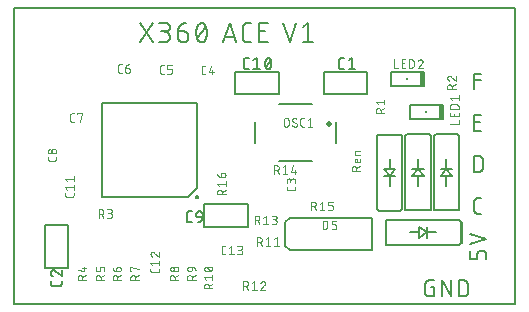
<source format=gto>
G75*
%MOIN*%
%OFA0B0*%
%FSLAX25Y25*%
%IPPOS*%
%LPD*%
%AMOC8*
5,1,8,0,0,1.08239X$1,22.5*
%
%ADD10C,0.00600*%
%ADD11C,0.00500*%
%ADD12C,0.00400*%
%ADD13C,0.00700*%
%ADD14C,0.00787*%
%ADD15C,0.00800*%
%ADD16C,0.02000*%
%ADD17C,0.00300*%
%ADD18R,0.00984X0.00984*%
%ADD19C,0.00591*%
D10*
X0004069Y0007764D02*
X0004069Y0106189D01*
X0171392Y0106189D01*
X0171392Y0007764D01*
X0004069Y0007764D01*
X0016402Y0014482D02*
X0016402Y0015311D01*
X0016402Y0014482D02*
X0016404Y0014425D01*
X0016410Y0014369D01*
X0016419Y0014313D01*
X0016433Y0014258D01*
X0016450Y0014204D01*
X0016471Y0014152D01*
X0016495Y0014101D01*
X0016523Y0014051D01*
X0016554Y0014004D01*
X0016588Y0013959D01*
X0016625Y0013916D01*
X0016665Y0013876D01*
X0016708Y0013839D01*
X0016753Y0013805D01*
X0016800Y0013774D01*
X0016850Y0013746D01*
X0016901Y0013722D01*
X0016953Y0013701D01*
X0017007Y0013684D01*
X0017062Y0013670D01*
X0017118Y0013661D01*
X0017174Y0013655D01*
X0017231Y0013653D01*
X0019304Y0013653D01*
X0019361Y0013655D01*
X0019417Y0013661D01*
X0019473Y0013670D01*
X0019528Y0013684D01*
X0019582Y0013701D01*
X0019634Y0013722D01*
X0019685Y0013746D01*
X0019735Y0013774D01*
X0019782Y0013805D01*
X0019827Y0013839D01*
X0019870Y0013876D01*
X0019910Y0013916D01*
X0019947Y0013959D01*
X0019981Y0014004D01*
X0020012Y0014051D01*
X0020040Y0014101D01*
X0020064Y0014152D01*
X0020085Y0014204D01*
X0020102Y0014258D01*
X0020116Y0014313D01*
X0020125Y0014369D01*
X0020131Y0014425D01*
X0020133Y0014482D01*
X0020133Y0015311D01*
X0020133Y0016916D02*
X0020133Y0018989D01*
X0020133Y0016916D02*
X0018060Y0018678D01*
X0016402Y0018056D02*
X0016404Y0017988D01*
X0016410Y0017919D01*
X0016420Y0017852D01*
X0016433Y0017784D01*
X0016451Y0017718D01*
X0016472Y0017653D01*
X0016497Y0017589D01*
X0016525Y0017527D01*
X0016557Y0017466D01*
X0016592Y0017408D01*
X0016631Y0017351D01*
X0016673Y0017297D01*
X0016718Y0017245D01*
X0016766Y0017196D01*
X0016816Y0017150D01*
X0016869Y0017107D01*
X0016925Y0017067D01*
X0016982Y0017030D01*
X0017042Y0016996D01*
X0017103Y0016966D01*
X0017166Y0016939D01*
X0017231Y0016916D01*
X0018061Y0018678D02*
X0018016Y0018722D01*
X0017969Y0018763D01*
X0017920Y0018801D01*
X0017868Y0018836D01*
X0017814Y0018867D01*
X0017758Y0018895D01*
X0017701Y0018920D01*
X0017642Y0018941D01*
X0017582Y0018958D01*
X0017521Y0018972D01*
X0017460Y0018981D01*
X0017397Y0018987D01*
X0017335Y0018989D01*
X0017276Y0018987D01*
X0017218Y0018982D01*
X0017160Y0018972D01*
X0017103Y0018960D01*
X0017047Y0018943D01*
X0016992Y0018923D01*
X0016938Y0018900D01*
X0016886Y0018874D01*
X0016835Y0018844D01*
X0016787Y0018811D01*
X0016740Y0018775D01*
X0016696Y0018736D01*
X0016655Y0018695D01*
X0016616Y0018651D01*
X0016580Y0018604D01*
X0016547Y0018556D01*
X0016517Y0018505D01*
X0016491Y0018453D01*
X0016468Y0018399D01*
X0016448Y0018344D01*
X0016431Y0018288D01*
X0016419Y0018231D01*
X0016409Y0018173D01*
X0016404Y0018115D01*
X0016402Y0018056D01*
X0061756Y0035731D02*
X0061756Y0037804D01*
X0061758Y0037861D01*
X0061764Y0037917D01*
X0061773Y0037973D01*
X0061787Y0038028D01*
X0061804Y0038082D01*
X0061825Y0038134D01*
X0061849Y0038185D01*
X0061877Y0038235D01*
X0061908Y0038282D01*
X0061942Y0038327D01*
X0061979Y0038370D01*
X0062019Y0038410D01*
X0062062Y0038447D01*
X0062107Y0038481D01*
X0062154Y0038512D01*
X0062204Y0038540D01*
X0062255Y0038564D01*
X0062307Y0038585D01*
X0062361Y0038602D01*
X0062416Y0038616D01*
X0062472Y0038625D01*
X0062528Y0038631D01*
X0062585Y0038633D01*
X0063414Y0038633D01*
X0065019Y0037596D02*
X0065019Y0037389D01*
X0065021Y0037332D01*
X0065027Y0037276D01*
X0065036Y0037220D01*
X0065050Y0037165D01*
X0065067Y0037111D01*
X0065088Y0037059D01*
X0065112Y0037008D01*
X0065140Y0036958D01*
X0065171Y0036911D01*
X0065205Y0036866D01*
X0065242Y0036823D01*
X0065282Y0036783D01*
X0065325Y0036746D01*
X0065370Y0036712D01*
X0065417Y0036681D01*
X0065467Y0036653D01*
X0065518Y0036629D01*
X0065570Y0036608D01*
X0065624Y0036591D01*
X0065679Y0036577D01*
X0065735Y0036568D01*
X0065791Y0036562D01*
X0065848Y0036560D01*
X0067092Y0036560D01*
X0067092Y0037596D01*
X0067091Y0037596D02*
X0067089Y0037659D01*
X0067083Y0037721D01*
X0067074Y0037783D01*
X0067061Y0037844D01*
X0067044Y0037904D01*
X0067024Y0037963D01*
X0067000Y0038021D01*
X0066972Y0038077D01*
X0066942Y0038132D01*
X0066908Y0038185D01*
X0066871Y0038235D01*
X0066830Y0038283D01*
X0066788Y0038329D01*
X0066742Y0038371D01*
X0066694Y0038412D01*
X0066644Y0038449D01*
X0066591Y0038483D01*
X0066536Y0038513D01*
X0066480Y0038541D01*
X0066422Y0038565D01*
X0066363Y0038585D01*
X0066303Y0038602D01*
X0066242Y0038615D01*
X0066180Y0038624D01*
X0066118Y0038630D01*
X0066055Y0038632D01*
X0065992Y0038630D01*
X0065930Y0038624D01*
X0065868Y0038615D01*
X0065807Y0038602D01*
X0065747Y0038585D01*
X0065688Y0038565D01*
X0065630Y0038541D01*
X0065574Y0038513D01*
X0065519Y0038483D01*
X0065466Y0038449D01*
X0065416Y0038412D01*
X0065368Y0038371D01*
X0065322Y0038329D01*
X0065280Y0038283D01*
X0065239Y0038235D01*
X0065202Y0038185D01*
X0065168Y0038132D01*
X0065138Y0038077D01*
X0065110Y0038021D01*
X0065086Y0037963D01*
X0065066Y0037904D01*
X0065049Y0037844D01*
X0065036Y0037783D01*
X0065027Y0037721D01*
X0065021Y0037659D01*
X0065019Y0037596D01*
X0067092Y0036560D02*
X0067090Y0036481D01*
X0067084Y0036402D01*
X0067075Y0036324D01*
X0067062Y0036246D01*
X0067045Y0036169D01*
X0067025Y0036093D01*
X0067001Y0036018D01*
X0066973Y0035944D01*
X0066942Y0035871D01*
X0066908Y0035800D01*
X0066870Y0035731D01*
X0066829Y0035664D01*
X0066785Y0035598D01*
X0066737Y0035535D01*
X0066687Y0035474D01*
X0066634Y0035416D01*
X0066578Y0035360D01*
X0066520Y0035307D01*
X0066459Y0035257D01*
X0066396Y0035209D01*
X0066330Y0035165D01*
X0066263Y0035124D01*
X0066194Y0035086D01*
X0066123Y0035052D01*
X0066050Y0035021D01*
X0065976Y0034993D01*
X0065901Y0034969D01*
X0065825Y0034949D01*
X0065748Y0034932D01*
X0065670Y0034919D01*
X0065592Y0034910D01*
X0065513Y0034904D01*
X0065434Y0034902D01*
X0063414Y0034902D02*
X0062585Y0034902D01*
X0062528Y0034904D01*
X0062472Y0034910D01*
X0062416Y0034919D01*
X0062361Y0034933D01*
X0062307Y0034950D01*
X0062255Y0034971D01*
X0062204Y0034995D01*
X0062154Y0035023D01*
X0062107Y0035054D01*
X0062062Y0035088D01*
X0062019Y0035125D01*
X0061979Y0035165D01*
X0061942Y0035208D01*
X0061908Y0035253D01*
X0061877Y0035300D01*
X0061849Y0035350D01*
X0061825Y0035401D01*
X0061804Y0035453D01*
X0061787Y0035507D01*
X0061773Y0035562D01*
X0061764Y0035618D01*
X0061758Y0035674D01*
X0061756Y0035731D01*
X0081607Y0085941D02*
X0082436Y0085941D01*
X0081607Y0085941D02*
X0081550Y0085943D01*
X0081494Y0085949D01*
X0081438Y0085958D01*
X0081383Y0085972D01*
X0081329Y0085989D01*
X0081277Y0086010D01*
X0081226Y0086034D01*
X0081176Y0086062D01*
X0081129Y0086093D01*
X0081084Y0086127D01*
X0081041Y0086164D01*
X0081001Y0086204D01*
X0080964Y0086247D01*
X0080930Y0086292D01*
X0080899Y0086339D01*
X0080871Y0086389D01*
X0080847Y0086440D01*
X0080826Y0086492D01*
X0080809Y0086546D01*
X0080795Y0086601D01*
X0080786Y0086657D01*
X0080780Y0086713D01*
X0080778Y0086770D01*
X0080778Y0088843D01*
X0080780Y0088900D01*
X0080786Y0088956D01*
X0080795Y0089012D01*
X0080809Y0089067D01*
X0080826Y0089121D01*
X0080847Y0089173D01*
X0080871Y0089224D01*
X0080899Y0089274D01*
X0080930Y0089321D01*
X0080964Y0089366D01*
X0081001Y0089409D01*
X0081041Y0089449D01*
X0081084Y0089486D01*
X0081129Y0089520D01*
X0081176Y0089551D01*
X0081226Y0089579D01*
X0081277Y0089603D01*
X0081329Y0089624D01*
X0081383Y0089641D01*
X0081438Y0089655D01*
X0081494Y0089664D01*
X0081550Y0089670D01*
X0081607Y0089672D01*
X0082436Y0089672D01*
X0084042Y0088843D02*
X0085078Y0089672D01*
X0085078Y0085941D01*
X0084042Y0085941D02*
X0086114Y0085941D01*
X0088147Y0086770D02*
X0089805Y0088843D01*
X0089702Y0089154D02*
X0089683Y0089203D01*
X0089660Y0089251D01*
X0089635Y0089297D01*
X0089606Y0089342D01*
X0089575Y0089384D01*
X0089540Y0089424D01*
X0089503Y0089462D01*
X0089464Y0089497D01*
X0089422Y0089529D01*
X0089378Y0089558D01*
X0089332Y0089584D01*
X0089284Y0089607D01*
X0089235Y0089627D01*
X0089185Y0089643D01*
X0089133Y0089656D01*
X0089081Y0089665D01*
X0089029Y0089670D01*
X0088976Y0089672D01*
X0088923Y0089670D01*
X0088871Y0089665D01*
X0088819Y0089656D01*
X0088767Y0089643D01*
X0088717Y0089627D01*
X0088668Y0089607D01*
X0088620Y0089584D01*
X0088574Y0089558D01*
X0088530Y0089529D01*
X0088488Y0089497D01*
X0088449Y0089462D01*
X0088412Y0089424D01*
X0088377Y0089384D01*
X0088346Y0089342D01*
X0088317Y0089297D01*
X0088292Y0089251D01*
X0088269Y0089203D01*
X0088250Y0089154D01*
X0089701Y0089153D02*
X0089746Y0089056D01*
X0089788Y0088957D01*
X0089827Y0088857D01*
X0089862Y0088756D01*
X0089893Y0088653D01*
X0089921Y0088549D01*
X0089945Y0088445D01*
X0089965Y0088340D01*
X0089982Y0088234D01*
X0089995Y0088127D01*
X0090005Y0088020D01*
X0090010Y0087913D01*
X0090012Y0087806D01*
X0087940Y0087806D02*
X0087942Y0087913D01*
X0087947Y0088020D01*
X0087957Y0088127D01*
X0087970Y0088234D01*
X0087987Y0088340D01*
X0088007Y0088445D01*
X0088031Y0088549D01*
X0088059Y0088653D01*
X0088090Y0088756D01*
X0088125Y0088857D01*
X0088164Y0088957D01*
X0088206Y0089056D01*
X0088251Y0089153D01*
X0090012Y0087806D02*
X0090010Y0087699D01*
X0090005Y0087592D01*
X0089995Y0087485D01*
X0089982Y0087378D01*
X0089965Y0087272D01*
X0089945Y0087167D01*
X0089921Y0087063D01*
X0089893Y0086959D01*
X0089862Y0086856D01*
X0089827Y0086755D01*
X0089788Y0086655D01*
X0089746Y0086556D01*
X0089701Y0086459D01*
X0089702Y0086459D02*
X0089683Y0086410D01*
X0089660Y0086362D01*
X0089635Y0086316D01*
X0089606Y0086271D01*
X0089575Y0086229D01*
X0089540Y0086189D01*
X0089503Y0086151D01*
X0089464Y0086116D01*
X0089422Y0086084D01*
X0089378Y0086055D01*
X0089332Y0086029D01*
X0089284Y0086006D01*
X0089235Y0085986D01*
X0089185Y0085970D01*
X0089133Y0085957D01*
X0089081Y0085948D01*
X0089029Y0085943D01*
X0088976Y0085941D01*
X0088923Y0085943D01*
X0088871Y0085948D01*
X0088819Y0085957D01*
X0088767Y0085970D01*
X0088717Y0085986D01*
X0088668Y0086006D01*
X0088620Y0086029D01*
X0088574Y0086055D01*
X0088530Y0086084D01*
X0088488Y0086116D01*
X0088449Y0086151D01*
X0088412Y0086189D01*
X0088377Y0086229D01*
X0088346Y0086271D01*
X0088317Y0086316D01*
X0088292Y0086362D01*
X0088269Y0086410D01*
X0088250Y0086459D01*
X0088251Y0086459D02*
X0088206Y0086556D01*
X0088164Y0086655D01*
X0088125Y0086755D01*
X0088090Y0086856D01*
X0088059Y0086959D01*
X0088031Y0087063D01*
X0088007Y0087167D01*
X0087987Y0087272D01*
X0087970Y0087378D01*
X0087957Y0087485D01*
X0087947Y0087592D01*
X0087942Y0087699D01*
X0087940Y0087806D01*
X0088754Y0094933D02*
X0085910Y0094933D01*
X0085910Y0101333D01*
X0088754Y0101333D01*
X0083393Y0101333D02*
X0081971Y0101333D01*
X0081897Y0101331D01*
X0081822Y0101325D01*
X0081749Y0101315D01*
X0081675Y0101302D01*
X0081603Y0101285D01*
X0081532Y0101263D01*
X0081461Y0101239D01*
X0081393Y0101210D01*
X0081325Y0101178D01*
X0081260Y0101142D01*
X0081197Y0101104D01*
X0081135Y0101061D01*
X0081076Y0101016D01*
X0081019Y0100968D01*
X0080965Y0100917D01*
X0080914Y0100862D01*
X0080866Y0100806D01*
X0080821Y0100747D01*
X0080778Y0100685D01*
X0080740Y0100622D01*
X0080704Y0100557D01*
X0080672Y0100489D01*
X0080643Y0100421D01*
X0080619Y0100350D01*
X0080597Y0100279D01*
X0080580Y0100207D01*
X0080567Y0100133D01*
X0080557Y0100060D01*
X0080551Y0099985D01*
X0080549Y0099911D01*
X0080549Y0096355D01*
X0080551Y0096281D01*
X0080557Y0096206D01*
X0080567Y0096133D01*
X0080580Y0096059D01*
X0080597Y0095987D01*
X0080619Y0095916D01*
X0080643Y0095845D01*
X0080672Y0095777D01*
X0080704Y0095709D01*
X0080740Y0095644D01*
X0080778Y0095581D01*
X0080821Y0095519D01*
X0080866Y0095460D01*
X0080914Y0095403D01*
X0080965Y0095349D01*
X0081019Y0095298D01*
X0081076Y0095250D01*
X0081135Y0095205D01*
X0081197Y0095162D01*
X0081260Y0095124D01*
X0081325Y0095088D01*
X0081393Y0095056D01*
X0081461Y0095027D01*
X0081532Y0095003D01*
X0081603Y0094981D01*
X0081675Y0094964D01*
X0081749Y0094951D01*
X0081822Y0094941D01*
X0081897Y0094935D01*
X0081971Y0094933D01*
X0083393Y0094933D01*
X0085910Y0098489D02*
X0088043Y0098489D01*
X0093953Y0101333D02*
X0096086Y0094933D01*
X0098219Y0101333D01*
X0100462Y0099911D02*
X0102240Y0101333D01*
X0102240Y0094933D01*
X0100462Y0094933D02*
X0104018Y0094933D01*
X0112619Y0088833D02*
X0112619Y0086760D01*
X0112621Y0086703D01*
X0112627Y0086647D01*
X0112636Y0086591D01*
X0112650Y0086536D01*
X0112667Y0086482D01*
X0112688Y0086430D01*
X0112712Y0086379D01*
X0112740Y0086329D01*
X0112771Y0086282D01*
X0112805Y0086237D01*
X0112842Y0086194D01*
X0112882Y0086154D01*
X0112925Y0086117D01*
X0112970Y0086083D01*
X0113017Y0086052D01*
X0113067Y0086024D01*
X0113118Y0086000D01*
X0113170Y0085979D01*
X0113224Y0085962D01*
X0113279Y0085948D01*
X0113335Y0085939D01*
X0113391Y0085933D01*
X0113448Y0085931D01*
X0114277Y0085931D01*
X0115882Y0085931D02*
X0117955Y0085931D01*
X0116918Y0085931D02*
X0116918Y0089662D01*
X0115882Y0088833D01*
X0114277Y0089662D02*
X0113448Y0089662D01*
X0113391Y0089660D01*
X0113335Y0089654D01*
X0113279Y0089645D01*
X0113224Y0089631D01*
X0113170Y0089614D01*
X0113118Y0089593D01*
X0113067Y0089569D01*
X0113017Y0089541D01*
X0112970Y0089510D01*
X0112925Y0089476D01*
X0112882Y0089439D01*
X0112842Y0089399D01*
X0112805Y0089356D01*
X0112771Y0089311D01*
X0112740Y0089264D01*
X0112712Y0089214D01*
X0112688Y0089163D01*
X0112667Y0089111D01*
X0112650Y0089057D01*
X0112636Y0089002D01*
X0112627Y0088946D01*
X0112621Y0088890D01*
X0112619Y0088833D01*
X0078321Y0094933D02*
X0076188Y0101333D01*
X0074055Y0094933D01*
X0074588Y0096533D02*
X0077788Y0096533D01*
X0065507Y0095822D02*
X0065447Y0095949D01*
X0065391Y0096078D01*
X0065338Y0096208D01*
X0065288Y0096340D01*
X0065242Y0096473D01*
X0065200Y0096607D01*
X0065161Y0096742D01*
X0065125Y0096879D01*
X0065094Y0097016D01*
X0065066Y0097154D01*
X0065041Y0097292D01*
X0065021Y0097431D01*
X0065004Y0097571D01*
X0064991Y0097711D01*
X0064982Y0097852D01*
X0064976Y0097992D01*
X0064974Y0098133D01*
X0068530Y0098133D02*
X0068528Y0098274D01*
X0068522Y0098414D01*
X0068513Y0098555D01*
X0068500Y0098695D01*
X0068483Y0098835D01*
X0068463Y0098974D01*
X0068438Y0099112D01*
X0068410Y0099250D01*
X0068379Y0099387D01*
X0068343Y0099524D01*
X0068304Y0099659D01*
X0068262Y0099793D01*
X0068216Y0099926D01*
X0068166Y0100058D01*
X0068113Y0100188D01*
X0068057Y0100317D01*
X0067997Y0100444D01*
X0068174Y0099911D02*
X0065330Y0096355D01*
X0066752Y0094933D02*
X0066823Y0094935D01*
X0066894Y0094941D01*
X0066964Y0094950D01*
X0067034Y0094964D01*
X0067103Y0094981D01*
X0067170Y0095001D01*
X0067237Y0095026D01*
X0067302Y0095054D01*
X0067366Y0095085D01*
X0067428Y0095120D01*
X0067488Y0095158D01*
X0067545Y0095199D01*
X0067601Y0095243D01*
X0067654Y0095291D01*
X0067704Y0095341D01*
X0067752Y0095393D01*
X0067797Y0095448D01*
X0067838Y0095506D01*
X0067877Y0095566D01*
X0067912Y0095627D01*
X0067944Y0095691D01*
X0067972Y0095756D01*
X0067997Y0095822D01*
X0066752Y0094933D02*
X0066681Y0094935D01*
X0066610Y0094941D01*
X0066540Y0094950D01*
X0066470Y0094964D01*
X0066401Y0094981D01*
X0066334Y0095001D01*
X0066267Y0095026D01*
X0066202Y0095054D01*
X0066138Y0095085D01*
X0066076Y0095120D01*
X0066016Y0095158D01*
X0065958Y0095199D01*
X0065903Y0095243D01*
X0065850Y0095291D01*
X0065800Y0095341D01*
X0065752Y0095393D01*
X0065707Y0095448D01*
X0065666Y0095506D01*
X0065627Y0095566D01*
X0065592Y0095627D01*
X0065560Y0095691D01*
X0065532Y0095756D01*
X0065507Y0095822D01*
X0067997Y0095822D02*
X0068057Y0095949D01*
X0068113Y0096078D01*
X0068166Y0096208D01*
X0068216Y0096340D01*
X0068262Y0096473D01*
X0068304Y0096607D01*
X0068343Y0096742D01*
X0068379Y0096879D01*
X0068410Y0097016D01*
X0068438Y0097154D01*
X0068463Y0097292D01*
X0068483Y0097431D01*
X0068500Y0097571D01*
X0068513Y0097711D01*
X0068522Y0097852D01*
X0068528Y0097992D01*
X0068530Y0098133D01*
X0064974Y0098133D02*
X0064976Y0098274D01*
X0064982Y0098414D01*
X0064991Y0098555D01*
X0065004Y0098695D01*
X0065021Y0098835D01*
X0065041Y0098974D01*
X0065066Y0099112D01*
X0065094Y0099250D01*
X0065125Y0099387D01*
X0065161Y0099524D01*
X0065200Y0099659D01*
X0065242Y0099793D01*
X0065288Y0099926D01*
X0065338Y0100058D01*
X0065391Y0100188D01*
X0065447Y0100317D01*
X0065507Y0100444D01*
X0066752Y0101334D02*
X0066823Y0101332D01*
X0066894Y0101326D01*
X0066964Y0101317D01*
X0067034Y0101303D01*
X0067103Y0101286D01*
X0067170Y0101266D01*
X0067237Y0101241D01*
X0067302Y0101213D01*
X0067366Y0101182D01*
X0067428Y0101147D01*
X0067488Y0101109D01*
X0067546Y0101068D01*
X0067601Y0101024D01*
X0067654Y0100976D01*
X0067704Y0100926D01*
X0067752Y0100874D01*
X0067797Y0100819D01*
X0067838Y0100761D01*
X0067877Y0100701D01*
X0067912Y0100640D01*
X0067944Y0100576D01*
X0067972Y0100511D01*
X0067997Y0100445D01*
X0066752Y0101334D02*
X0066681Y0101332D01*
X0066610Y0101326D01*
X0066540Y0101317D01*
X0066470Y0101303D01*
X0066401Y0101286D01*
X0066334Y0101266D01*
X0066267Y0101241D01*
X0066202Y0101213D01*
X0066138Y0101182D01*
X0066076Y0101147D01*
X0066016Y0101109D01*
X0065958Y0101068D01*
X0065903Y0101024D01*
X0065850Y0100976D01*
X0065800Y0100926D01*
X0065752Y0100874D01*
X0065707Y0100819D01*
X0065666Y0100761D01*
X0065627Y0100701D01*
X0065592Y0100640D01*
X0065560Y0100576D01*
X0065532Y0100511D01*
X0065507Y0100445D01*
X0061665Y0101333D02*
X0061559Y0101331D01*
X0061452Y0101325D01*
X0061347Y0101315D01*
X0061241Y0101301D01*
X0061136Y0101283D01*
X0061032Y0101262D01*
X0060929Y0101236D01*
X0060827Y0101207D01*
X0060726Y0101173D01*
X0060626Y0101136D01*
X0060528Y0101096D01*
X0060431Y0101051D01*
X0060336Y0101003D01*
X0060243Y0100952D01*
X0060152Y0100897D01*
X0060063Y0100839D01*
X0059976Y0100777D01*
X0059892Y0100713D01*
X0059810Y0100645D01*
X0059731Y0100574D01*
X0059654Y0100500D01*
X0059580Y0100423D01*
X0059509Y0100344D01*
X0059441Y0100262D01*
X0059377Y0100178D01*
X0059315Y0100091D01*
X0059257Y0100002D01*
X0059202Y0099911D01*
X0059151Y0099818D01*
X0059103Y0099723D01*
X0059058Y0099626D01*
X0059018Y0099528D01*
X0058981Y0099428D01*
X0058947Y0099327D01*
X0058918Y0099225D01*
X0058892Y0099122D01*
X0058871Y0099018D01*
X0058853Y0098913D01*
X0058839Y0098807D01*
X0058829Y0098702D01*
X0058823Y0098595D01*
X0058821Y0098489D01*
X0058820Y0098489D02*
X0058820Y0096711D01*
X0058820Y0098489D02*
X0060953Y0098489D01*
X0061027Y0098487D01*
X0061102Y0098481D01*
X0061175Y0098471D01*
X0061249Y0098458D01*
X0061321Y0098441D01*
X0061392Y0098419D01*
X0061463Y0098395D01*
X0061531Y0098366D01*
X0061599Y0098334D01*
X0061664Y0098298D01*
X0061727Y0098260D01*
X0061789Y0098217D01*
X0061848Y0098172D01*
X0061905Y0098124D01*
X0061959Y0098073D01*
X0062010Y0098019D01*
X0062058Y0097962D01*
X0062103Y0097903D01*
X0062146Y0097841D01*
X0062184Y0097778D01*
X0062220Y0097713D01*
X0062252Y0097645D01*
X0062281Y0097577D01*
X0062305Y0097506D01*
X0062327Y0097435D01*
X0062344Y0097363D01*
X0062357Y0097289D01*
X0062367Y0097216D01*
X0062373Y0097141D01*
X0062375Y0097067D01*
X0062376Y0097067D02*
X0062376Y0096711D01*
X0062374Y0096628D01*
X0062368Y0096545D01*
X0062358Y0096462D01*
X0062345Y0096379D01*
X0062327Y0096298D01*
X0062306Y0096217D01*
X0062281Y0096138D01*
X0062252Y0096060D01*
X0062220Y0095983D01*
X0062184Y0095908D01*
X0062145Y0095834D01*
X0062102Y0095763D01*
X0062056Y0095693D01*
X0062006Y0095626D01*
X0061954Y0095561D01*
X0061899Y0095499D01*
X0061840Y0095439D01*
X0061779Y0095382D01*
X0061716Y0095328D01*
X0061650Y0095277D01*
X0061581Y0095230D01*
X0061511Y0095185D01*
X0061438Y0095144D01*
X0061364Y0095107D01*
X0061288Y0095072D01*
X0061210Y0095042D01*
X0061132Y0095015D01*
X0061051Y0094992D01*
X0060970Y0094972D01*
X0060888Y0094957D01*
X0060806Y0094945D01*
X0060723Y0094937D01*
X0060640Y0094933D01*
X0060556Y0094933D01*
X0060473Y0094937D01*
X0060390Y0094945D01*
X0060308Y0094957D01*
X0060226Y0094972D01*
X0060145Y0094992D01*
X0060064Y0095015D01*
X0059986Y0095042D01*
X0059908Y0095072D01*
X0059832Y0095107D01*
X0059758Y0095144D01*
X0059685Y0095185D01*
X0059615Y0095230D01*
X0059546Y0095277D01*
X0059480Y0095328D01*
X0059417Y0095382D01*
X0059356Y0095439D01*
X0059297Y0095499D01*
X0059242Y0095561D01*
X0059190Y0095626D01*
X0059140Y0095693D01*
X0059094Y0095763D01*
X0059051Y0095834D01*
X0059012Y0095908D01*
X0058976Y0095983D01*
X0058944Y0096060D01*
X0058915Y0096138D01*
X0058890Y0096217D01*
X0058869Y0096298D01*
X0058851Y0096379D01*
X0058838Y0096462D01*
X0058828Y0096545D01*
X0058822Y0096628D01*
X0058820Y0096711D01*
X0054799Y0098489D02*
X0053377Y0098489D01*
X0054444Y0098489D02*
X0054527Y0098487D01*
X0054610Y0098481D01*
X0054693Y0098471D01*
X0054776Y0098458D01*
X0054857Y0098440D01*
X0054938Y0098419D01*
X0055017Y0098394D01*
X0055095Y0098365D01*
X0055172Y0098333D01*
X0055247Y0098297D01*
X0055321Y0098258D01*
X0055392Y0098215D01*
X0055462Y0098169D01*
X0055529Y0098119D01*
X0055594Y0098067D01*
X0055656Y0098012D01*
X0055716Y0097953D01*
X0055773Y0097892D01*
X0055827Y0097829D01*
X0055878Y0097763D01*
X0055925Y0097694D01*
X0055970Y0097624D01*
X0056011Y0097551D01*
X0056048Y0097477D01*
X0056083Y0097401D01*
X0056113Y0097323D01*
X0056140Y0097245D01*
X0056163Y0097164D01*
X0056183Y0097083D01*
X0056198Y0097001D01*
X0056210Y0096919D01*
X0056218Y0096836D01*
X0056222Y0096753D01*
X0056222Y0096669D01*
X0056218Y0096586D01*
X0056210Y0096503D01*
X0056198Y0096421D01*
X0056183Y0096339D01*
X0056163Y0096258D01*
X0056140Y0096177D01*
X0056113Y0096099D01*
X0056083Y0096021D01*
X0056048Y0095945D01*
X0056011Y0095871D01*
X0055970Y0095798D01*
X0055925Y0095728D01*
X0055878Y0095659D01*
X0055827Y0095593D01*
X0055773Y0095530D01*
X0055716Y0095469D01*
X0055656Y0095410D01*
X0055594Y0095355D01*
X0055529Y0095303D01*
X0055462Y0095253D01*
X0055392Y0095207D01*
X0055321Y0095164D01*
X0055247Y0095125D01*
X0055172Y0095089D01*
X0055095Y0095057D01*
X0055017Y0095028D01*
X0054938Y0095003D01*
X0054857Y0094982D01*
X0054776Y0094964D01*
X0054693Y0094951D01*
X0054610Y0094941D01*
X0054527Y0094935D01*
X0054444Y0094933D01*
X0052666Y0094933D01*
X0050423Y0094933D02*
X0046157Y0101333D01*
X0050423Y0101333D02*
X0046157Y0094933D01*
X0054799Y0098489D02*
X0054873Y0098491D01*
X0054948Y0098497D01*
X0055021Y0098507D01*
X0055095Y0098520D01*
X0055167Y0098537D01*
X0055238Y0098559D01*
X0055309Y0098583D01*
X0055377Y0098612D01*
X0055445Y0098644D01*
X0055510Y0098680D01*
X0055573Y0098718D01*
X0055635Y0098761D01*
X0055694Y0098806D01*
X0055751Y0098854D01*
X0055805Y0098905D01*
X0055856Y0098959D01*
X0055904Y0099016D01*
X0055949Y0099075D01*
X0055992Y0099137D01*
X0056030Y0099200D01*
X0056066Y0099265D01*
X0056098Y0099333D01*
X0056127Y0099401D01*
X0056151Y0099472D01*
X0056173Y0099543D01*
X0056190Y0099615D01*
X0056203Y0099689D01*
X0056213Y0099762D01*
X0056219Y0099837D01*
X0056221Y0099911D01*
X0056219Y0099985D01*
X0056213Y0100060D01*
X0056203Y0100133D01*
X0056190Y0100207D01*
X0056173Y0100279D01*
X0056151Y0100350D01*
X0056127Y0100421D01*
X0056098Y0100489D01*
X0056066Y0100557D01*
X0056030Y0100622D01*
X0055992Y0100685D01*
X0055949Y0100747D01*
X0055904Y0100806D01*
X0055856Y0100863D01*
X0055805Y0100917D01*
X0055751Y0100968D01*
X0055694Y0101016D01*
X0055635Y0101061D01*
X0055573Y0101104D01*
X0055510Y0101142D01*
X0055445Y0101178D01*
X0055377Y0101210D01*
X0055309Y0101239D01*
X0055238Y0101263D01*
X0055167Y0101285D01*
X0055095Y0101302D01*
X0055021Y0101315D01*
X0054948Y0101325D01*
X0054873Y0101331D01*
X0054799Y0101333D01*
X0052666Y0101333D01*
D11*
X0078006Y0085092D02*
X0079136Y0085092D01*
X0079135Y0085092D02*
X0092469Y0085092D01*
X0092469Y0077606D01*
X0078006Y0077606D01*
X0078006Y0085092D01*
X0107484Y0085082D02*
X0107484Y0077596D01*
X0121947Y0077596D01*
X0121947Y0085082D01*
X0108614Y0085082D01*
X0107484Y0085082D01*
X0135414Y0064290D02*
X0142386Y0064290D01*
X0142426Y0064195D02*
X0135366Y0064195D01*
X0134666Y0063494D01*
X0134666Y0039546D01*
X0134675Y0039576D02*
X0134675Y0038937D01*
X0143116Y0038937D01*
X0143116Y0063504D01*
X0142426Y0064195D01*
X0144115Y0063494D02*
X0144115Y0039546D01*
X0144124Y0039576D02*
X0144124Y0038937D01*
X0152565Y0038937D01*
X0152565Y0063504D01*
X0151875Y0064195D01*
X0144815Y0064195D01*
X0144115Y0063494D01*
X0144862Y0064290D02*
X0151835Y0064290D01*
X0148318Y0055861D02*
X0148318Y0052736D01*
X0150193Y0052736D01*
X0148318Y0052736D02*
X0146443Y0052736D01*
X0148318Y0052736D02*
X0150193Y0050236D01*
X0148318Y0050236D01*
X0148318Y0047111D01*
X0148318Y0050236D02*
X0146443Y0050236D01*
X0148318Y0052736D01*
X0140744Y0052736D02*
X0138869Y0052736D01*
X0138869Y0055861D01*
X0138869Y0052736D02*
X0136994Y0052736D01*
X0138869Y0052736D02*
X0140744Y0050236D01*
X0138869Y0050236D01*
X0138869Y0047111D01*
X0138869Y0050236D02*
X0136994Y0050236D01*
X0138869Y0052736D01*
X0131295Y0052736D02*
X0129420Y0052736D01*
X0129420Y0055861D01*
X0129420Y0052736D02*
X0127545Y0052736D01*
X0129420Y0050236D01*
X0129420Y0047111D01*
X0129420Y0050236D02*
X0127545Y0050236D01*
X0129420Y0050236D02*
X0131295Y0050236D01*
X0129420Y0050236D02*
X0131295Y0052736D01*
X0133614Y0063397D02*
X0133614Y0064035D01*
X0125173Y0064035D01*
X0125173Y0039468D01*
X0125863Y0038778D01*
X0132923Y0038778D01*
X0133623Y0039478D01*
X0133623Y0063427D01*
X0132876Y0038682D02*
X0125903Y0038682D01*
X0123469Y0036375D02*
X0096197Y0036375D01*
X0094441Y0035119D01*
X0094441Y0027139D01*
X0096303Y0025777D01*
X0123469Y0025777D01*
X0123469Y0036375D01*
X0128092Y0035710D02*
X0128092Y0027269D01*
X0152659Y0027269D01*
X0153349Y0027959D01*
X0153349Y0035019D01*
X0152649Y0035719D01*
X0128701Y0035719D01*
X0128730Y0035710D02*
X0128092Y0035710D01*
X0136266Y0031516D02*
X0139391Y0031516D01*
X0139391Y0029641D01*
X0141891Y0031516D01*
X0145016Y0031516D01*
X0141891Y0031516D02*
X0141891Y0029641D01*
X0141891Y0031516D02*
X0141891Y0033391D01*
X0141891Y0031516D02*
X0139391Y0033391D01*
X0139391Y0031516D01*
X0153445Y0034971D02*
X0153445Y0027999D01*
X0082134Y0033429D02*
X0067672Y0033429D01*
X0067672Y0040915D01*
X0068802Y0040915D01*
X0068801Y0040916D02*
X0082134Y0040916D01*
X0082134Y0033429D01*
X0022181Y0033013D02*
X0022181Y0019679D01*
X0014695Y0019679D01*
X0014695Y0034142D01*
X0022181Y0034142D01*
X0022181Y0033012D01*
D12*
X0032503Y0036420D02*
X0032503Y0039220D01*
X0033280Y0039220D01*
X0033336Y0039218D01*
X0033391Y0039212D01*
X0033445Y0039202D01*
X0033499Y0039188D01*
X0033552Y0039171D01*
X0033603Y0039150D01*
X0033653Y0039125D01*
X0033701Y0039096D01*
X0033746Y0039065D01*
X0033789Y0039030D01*
X0033830Y0038992D01*
X0033868Y0038951D01*
X0033903Y0038908D01*
X0033934Y0038863D01*
X0033963Y0038815D01*
X0033988Y0038765D01*
X0034009Y0038714D01*
X0034026Y0038661D01*
X0034040Y0038607D01*
X0034050Y0038553D01*
X0034056Y0038498D01*
X0034058Y0038442D01*
X0034056Y0038386D01*
X0034050Y0038331D01*
X0034040Y0038277D01*
X0034026Y0038223D01*
X0034009Y0038170D01*
X0033988Y0038119D01*
X0033963Y0038069D01*
X0033934Y0038021D01*
X0033903Y0037976D01*
X0033868Y0037933D01*
X0033830Y0037892D01*
X0033789Y0037854D01*
X0033746Y0037819D01*
X0033701Y0037788D01*
X0033653Y0037759D01*
X0033603Y0037734D01*
X0033552Y0037713D01*
X0033499Y0037696D01*
X0033445Y0037682D01*
X0033391Y0037672D01*
X0033336Y0037666D01*
X0033280Y0037664D01*
X0032503Y0037664D01*
X0033436Y0037664D02*
X0034058Y0036420D01*
X0035359Y0036420D02*
X0036137Y0036420D01*
X0036193Y0036422D01*
X0036248Y0036428D01*
X0036302Y0036438D01*
X0036356Y0036452D01*
X0036409Y0036469D01*
X0036460Y0036490D01*
X0036510Y0036515D01*
X0036558Y0036544D01*
X0036603Y0036575D01*
X0036646Y0036610D01*
X0036687Y0036648D01*
X0036725Y0036689D01*
X0036760Y0036732D01*
X0036791Y0036777D01*
X0036820Y0036825D01*
X0036845Y0036875D01*
X0036866Y0036926D01*
X0036883Y0036979D01*
X0036897Y0037033D01*
X0036907Y0037087D01*
X0036913Y0037142D01*
X0036915Y0037198D01*
X0036913Y0037254D01*
X0036907Y0037309D01*
X0036897Y0037363D01*
X0036883Y0037417D01*
X0036866Y0037470D01*
X0036845Y0037521D01*
X0036820Y0037571D01*
X0036791Y0037619D01*
X0036760Y0037664D01*
X0036725Y0037707D01*
X0036687Y0037748D01*
X0036646Y0037786D01*
X0036603Y0037821D01*
X0036558Y0037852D01*
X0036510Y0037881D01*
X0036460Y0037906D01*
X0036409Y0037927D01*
X0036356Y0037944D01*
X0036302Y0037958D01*
X0036248Y0037968D01*
X0036193Y0037974D01*
X0036137Y0037976D01*
X0036292Y0037975D02*
X0035670Y0037975D01*
X0036292Y0037976D02*
X0036341Y0037978D01*
X0036389Y0037984D01*
X0036437Y0037993D01*
X0036484Y0038006D01*
X0036530Y0038023D01*
X0036574Y0038044D01*
X0036617Y0038068D01*
X0036658Y0038095D01*
X0036696Y0038125D01*
X0036732Y0038158D01*
X0036765Y0038194D01*
X0036795Y0038232D01*
X0036822Y0038273D01*
X0036846Y0038316D01*
X0036867Y0038360D01*
X0036884Y0038406D01*
X0036897Y0038453D01*
X0036906Y0038501D01*
X0036912Y0038549D01*
X0036914Y0038598D01*
X0036912Y0038647D01*
X0036906Y0038695D01*
X0036897Y0038743D01*
X0036884Y0038790D01*
X0036867Y0038836D01*
X0036846Y0038880D01*
X0036822Y0038923D01*
X0036795Y0038964D01*
X0036765Y0039002D01*
X0036732Y0039038D01*
X0036696Y0039071D01*
X0036658Y0039101D01*
X0036617Y0039128D01*
X0036574Y0039152D01*
X0036530Y0039173D01*
X0036484Y0039190D01*
X0036437Y0039203D01*
X0036389Y0039212D01*
X0036341Y0039218D01*
X0036292Y0039220D01*
X0035359Y0039220D01*
X0024114Y0044012D02*
X0024114Y0044634D01*
X0024113Y0044012D02*
X0024111Y0043963D01*
X0024105Y0043915D01*
X0024096Y0043867D01*
X0024083Y0043820D01*
X0024066Y0043774D01*
X0024045Y0043730D01*
X0024021Y0043687D01*
X0023994Y0043646D01*
X0023964Y0043608D01*
X0023931Y0043572D01*
X0023895Y0043539D01*
X0023857Y0043509D01*
X0023816Y0043482D01*
X0023773Y0043458D01*
X0023729Y0043437D01*
X0023683Y0043420D01*
X0023636Y0043407D01*
X0023588Y0043398D01*
X0023540Y0043392D01*
X0023491Y0043390D01*
X0023491Y0043389D02*
X0021936Y0043389D01*
X0021936Y0043390D02*
X0021887Y0043392D01*
X0021839Y0043398D01*
X0021791Y0043407D01*
X0021744Y0043420D01*
X0021698Y0043437D01*
X0021654Y0043458D01*
X0021611Y0043482D01*
X0021570Y0043509D01*
X0021532Y0043539D01*
X0021496Y0043572D01*
X0021463Y0043608D01*
X0021433Y0043646D01*
X0021406Y0043687D01*
X0021382Y0043730D01*
X0021361Y0043774D01*
X0021344Y0043820D01*
X0021331Y0043867D01*
X0021322Y0043915D01*
X0021316Y0043963D01*
X0021314Y0044012D01*
X0021314Y0044634D01*
X0021936Y0045800D02*
X0021314Y0046578D01*
X0024114Y0046578D01*
X0024114Y0045800D02*
X0024114Y0047356D01*
X0024114Y0048680D02*
X0024114Y0050236D01*
X0024114Y0049458D02*
X0021314Y0049458D01*
X0021936Y0048680D01*
X0017656Y0055429D02*
X0016100Y0055429D01*
X0016051Y0055431D01*
X0016003Y0055437D01*
X0015955Y0055446D01*
X0015908Y0055459D01*
X0015862Y0055476D01*
X0015818Y0055497D01*
X0015775Y0055521D01*
X0015734Y0055548D01*
X0015696Y0055578D01*
X0015660Y0055611D01*
X0015627Y0055647D01*
X0015597Y0055685D01*
X0015570Y0055726D01*
X0015546Y0055769D01*
X0015525Y0055813D01*
X0015508Y0055859D01*
X0015495Y0055906D01*
X0015486Y0055954D01*
X0015480Y0056002D01*
X0015478Y0056051D01*
X0015478Y0056674D01*
X0016100Y0057996D02*
X0016149Y0057998D01*
X0016197Y0058004D01*
X0016245Y0058013D01*
X0016292Y0058026D01*
X0016338Y0058043D01*
X0016382Y0058064D01*
X0016425Y0058088D01*
X0016466Y0058115D01*
X0016504Y0058145D01*
X0016540Y0058178D01*
X0016573Y0058214D01*
X0016603Y0058252D01*
X0016630Y0058293D01*
X0016654Y0058336D01*
X0016675Y0058380D01*
X0016692Y0058426D01*
X0016705Y0058473D01*
X0016714Y0058521D01*
X0016720Y0058569D01*
X0016722Y0058618D01*
X0016720Y0058667D01*
X0016714Y0058715D01*
X0016705Y0058763D01*
X0016692Y0058810D01*
X0016675Y0058856D01*
X0016654Y0058900D01*
X0016630Y0058943D01*
X0016603Y0058984D01*
X0016573Y0059022D01*
X0016540Y0059058D01*
X0016504Y0059091D01*
X0016466Y0059121D01*
X0016425Y0059148D01*
X0016382Y0059172D01*
X0016338Y0059193D01*
X0016292Y0059210D01*
X0016245Y0059223D01*
X0016197Y0059232D01*
X0016149Y0059238D01*
X0016100Y0059240D01*
X0016051Y0059238D01*
X0016003Y0059232D01*
X0015955Y0059223D01*
X0015908Y0059210D01*
X0015862Y0059193D01*
X0015818Y0059172D01*
X0015775Y0059148D01*
X0015734Y0059121D01*
X0015696Y0059091D01*
X0015660Y0059058D01*
X0015627Y0059022D01*
X0015597Y0058984D01*
X0015570Y0058943D01*
X0015546Y0058900D01*
X0015525Y0058856D01*
X0015508Y0058810D01*
X0015495Y0058763D01*
X0015486Y0058715D01*
X0015480Y0058667D01*
X0015478Y0058618D01*
X0015480Y0058569D01*
X0015486Y0058521D01*
X0015495Y0058473D01*
X0015508Y0058426D01*
X0015525Y0058380D01*
X0015546Y0058336D01*
X0015570Y0058293D01*
X0015597Y0058252D01*
X0015627Y0058214D01*
X0015660Y0058178D01*
X0015696Y0058145D01*
X0015734Y0058115D01*
X0015775Y0058088D01*
X0015818Y0058064D01*
X0015862Y0058043D01*
X0015908Y0058026D01*
X0015955Y0058013D01*
X0016003Y0058004D01*
X0016051Y0057998D01*
X0016100Y0057996D01*
X0017500Y0057840D02*
X0017556Y0057842D01*
X0017611Y0057848D01*
X0017665Y0057858D01*
X0017719Y0057872D01*
X0017772Y0057889D01*
X0017823Y0057910D01*
X0017873Y0057935D01*
X0017921Y0057964D01*
X0017966Y0057995D01*
X0018009Y0058030D01*
X0018050Y0058068D01*
X0018088Y0058109D01*
X0018123Y0058152D01*
X0018154Y0058197D01*
X0018183Y0058245D01*
X0018208Y0058295D01*
X0018229Y0058346D01*
X0018246Y0058399D01*
X0018260Y0058453D01*
X0018270Y0058507D01*
X0018276Y0058562D01*
X0018278Y0058618D01*
X0018276Y0058674D01*
X0018270Y0058729D01*
X0018260Y0058783D01*
X0018246Y0058837D01*
X0018229Y0058890D01*
X0018208Y0058941D01*
X0018183Y0058991D01*
X0018154Y0059039D01*
X0018123Y0059084D01*
X0018088Y0059127D01*
X0018050Y0059168D01*
X0018009Y0059206D01*
X0017966Y0059241D01*
X0017921Y0059272D01*
X0017873Y0059301D01*
X0017823Y0059326D01*
X0017772Y0059347D01*
X0017719Y0059364D01*
X0017665Y0059378D01*
X0017611Y0059388D01*
X0017556Y0059394D01*
X0017500Y0059396D01*
X0017444Y0059394D01*
X0017389Y0059388D01*
X0017335Y0059378D01*
X0017281Y0059364D01*
X0017228Y0059347D01*
X0017177Y0059326D01*
X0017127Y0059301D01*
X0017079Y0059272D01*
X0017034Y0059241D01*
X0016991Y0059206D01*
X0016950Y0059168D01*
X0016912Y0059127D01*
X0016877Y0059084D01*
X0016846Y0059039D01*
X0016817Y0058991D01*
X0016792Y0058941D01*
X0016771Y0058890D01*
X0016754Y0058837D01*
X0016740Y0058783D01*
X0016730Y0058729D01*
X0016724Y0058674D01*
X0016722Y0058618D01*
X0016724Y0058562D01*
X0016730Y0058507D01*
X0016740Y0058453D01*
X0016754Y0058399D01*
X0016771Y0058346D01*
X0016792Y0058295D01*
X0016817Y0058245D01*
X0016846Y0058197D01*
X0016877Y0058152D01*
X0016912Y0058109D01*
X0016950Y0058068D01*
X0016991Y0058030D01*
X0017034Y0057995D01*
X0017079Y0057964D01*
X0017127Y0057935D01*
X0017177Y0057910D01*
X0017228Y0057889D01*
X0017281Y0057872D01*
X0017335Y0057858D01*
X0017389Y0057848D01*
X0017444Y0057842D01*
X0017500Y0057840D01*
X0018278Y0056674D02*
X0018278Y0056051D01*
X0018276Y0056002D01*
X0018270Y0055954D01*
X0018261Y0055906D01*
X0018248Y0055859D01*
X0018231Y0055813D01*
X0018210Y0055769D01*
X0018186Y0055726D01*
X0018159Y0055685D01*
X0018129Y0055647D01*
X0018096Y0055611D01*
X0018060Y0055578D01*
X0018022Y0055548D01*
X0017981Y0055521D01*
X0017938Y0055497D01*
X0017894Y0055476D01*
X0017848Y0055459D01*
X0017801Y0055446D01*
X0017753Y0055437D01*
X0017705Y0055431D01*
X0017656Y0055429D01*
X0023586Y0068381D02*
X0024208Y0068381D01*
X0023586Y0068381D02*
X0023537Y0068383D01*
X0023489Y0068389D01*
X0023441Y0068398D01*
X0023394Y0068411D01*
X0023348Y0068428D01*
X0023304Y0068449D01*
X0023261Y0068473D01*
X0023220Y0068500D01*
X0023182Y0068530D01*
X0023146Y0068563D01*
X0023113Y0068599D01*
X0023083Y0068637D01*
X0023056Y0068678D01*
X0023032Y0068721D01*
X0023011Y0068765D01*
X0022994Y0068811D01*
X0022981Y0068858D01*
X0022972Y0068906D01*
X0022966Y0068954D01*
X0022964Y0069003D01*
X0022963Y0069003D02*
X0022963Y0070559D01*
X0022964Y0070559D02*
X0022966Y0070608D01*
X0022972Y0070656D01*
X0022981Y0070704D01*
X0022994Y0070751D01*
X0023011Y0070797D01*
X0023032Y0070841D01*
X0023056Y0070884D01*
X0023083Y0070925D01*
X0023113Y0070963D01*
X0023146Y0070999D01*
X0023182Y0071032D01*
X0023220Y0071062D01*
X0023261Y0071089D01*
X0023304Y0071113D01*
X0023348Y0071134D01*
X0023394Y0071151D01*
X0023441Y0071164D01*
X0023489Y0071173D01*
X0023537Y0071179D01*
X0023586Y0071181D01*
X0024208Y0071181D01*
X0025374Y0071181D02*
X0026930Y0071181D01*
X0026152Y0068381D01*
X0025374Y0070870D02*
X0025374Y0071181D01*
X0039505Y0084719D02*
X0040127Y0084719D01*
X0039505Y0084719D02*
X0039456Y0084721D01*
X0039408Y0084727D01*
X0039360Y0084736D01*
X0039313Y0084749D01*
X0039267Y0084766D01*
X0039223Y0084787D01*
X0039180Y0084811D01*
X0039139Y0084838D01*
X0039101Y0084868D01*
X0039065Y0084901D01*
X0039032Y0084937D01*
X0039002Y0084975D01*
X0038975Y0085016D01*
X0038951Y0085059D01*
X0038930Y0085103D01*
X0038913Y0085149D01*
X0038900Y0085196D01*
X0038891Y0085244D01*
X0038885Y0085292D01*
X0038883Y0085341D01*
X0038882Y0085341D02*
X0038882Y0086897D01*
X0038883Y0086897D02*
X0038885Y0086946D01*
X0038891Y0086994D01*
X0038900Y0087042D01*
X0038913Y0087089D01*
X0038930Y0087135D01*
X0038951Y0087179D01*
X0038975Y0087222D01*
X0039002Y0087263D01*
X0039032Y0087301D01*
X0039065Y0087337D01*
X0039101Y0087370D01*
X0039139Y0087400D01*
X0039180Y0087427D01*
X0039223Y0087451D01*
X0039267Y0087472D01*
X0039313Y0087489D01*
X0039360Y0087502D01*
X0039408Y0087511D01*
X0039456Y0087517D01*
X0039505Y0087519D01*
X0040127Y0087519D01*
X0041293Y0086274D02*
X0041293Y0085497D01*
X0041293Y0086274D02*
X0042227Y0086274D01*
X0041294Y0086274D02*
X0041296Y0086344D01*
X0041302Y0086413D01*
X0041312Y0086482D01*
X0041325Y0086551D01*
X0041343Y0086618D01*
X0041364Y0086685D01*
X0041389Y0086750D01*
X0041417Y0086814D01*
X0041449Y0086876D01*
X0041485Y0086936D01*
X0041523Y0086994D01*
X0041565Y0087050D01*
X0041610Y0087103D01*
X0041658Y0087154D01*
X0041709Y0087202D01*
X0041762Y0087247D01*
X0041818Y0087289D01*
X0041876Y0087327D01*
X0041936Y0087363D01*
X0041998Y0087395D01*
X0042062Y0087423D01*
X0042127Y0087448D01*
X0042194Y0087469D01*
X0042261Y0087487D01*
X0042330Y0087500D01*
X0042399Y0087510D01*
X0042468Y0087516D01*
X0042538Y0087518D01*
X0042849Y0085652D02*
X0042849Y0085497D01*
X0042849Y0085652D02*
X0042847Y0085701D01*
X0042841Y0085749D01*
X0042832Y0085797D01*
X0042819Y0085844D01*
X0042802Y0085890D01*
X0042781Y0085934D01*
X0042757Y0085977D01*
X0042730Y0086018D01*
X0042700Y0086056D01*
X0042667Y0086092D01*
X0042631Y0086125D01*
X0042593Y0086155D01*
X0042552Y0086182D01*
X0042509Y0086206D01*
X0042465Y0086227D01*
X0042419Y0086244D01*
X0042372Y0086257D01*
X0042324Y0086266D01*
X0042276Y0086272D01*
X0042227Y0086274D01*
X0042849Y0085497D02*
X0042847Y0085441D01*
X0042841Y0085386D01*
X0042831Y0085332D01*
X0042817Y0085278D01*
X0042800Y0085225D01*
X0042779Y0085174D01*
X0042754Y0085124D01*
X0042725Y0085076D01*
X0042694Y0085031D01*
X0042659Y0084988D01*
X0042621Y0084947D01*
X0042580Y0084909D01*
X0042537Y0084874D01*
X0042492Y0084843D01*
X0042444Y0084814D01*
X0042394Y0084789D01*
X0042343Y0084768D01*
X0042290Y0084751D01*
X0042236Y0084737D01*
X0042182Y0084727D01*
X0042127Y0084721D01*
X0042071Y0084719D01*
X0042015Y0084721D01*
X0041960Y0084727D01*
X0041906Y0084737D01*
X0041852Y0084751D01*
X0041799Y0084768D01*
X0041748Y0084789D01*
X0041698Y0084814D01*
X0041650Y0084843D01*
X0041605Y0084874D01*
X0041562Y0084909D01*
X0041521Y0084947D01*
X0041483Y0084988D01*
X0041448Y0085031D01*
X0041417Y0085076D01*
X0041388Y0085124D01*
X0041363Y0085174D01*
X0041342Y0085225D01*
X0041325Y0085278D01*
X0041311Y0085332D01*
X0041301Y0085386D01*
X0041295Y0085441D01*
X0041293Y0085497D01*
X0052970Y0085077D02*
X0052970Y0086633D01*
X0052972Y0086682D01*
X0052978Y0086730D01*
X0052987Y0086778D01*
X0053000Y0086825D01*
X0053017Y0086871D01*
X0053038Y0086915D01*
X0053062Y0086958D01*
X0053089Y0086999D01*
X0053119Y0087037D01*
X0053152Y0087073D01*
X0053188Y0087106D01*
X0053226Y0087136D01*
X0053267Y0087163D01*
X0053310Y0087187D01*
X0053354Y0087208D01*
X0053400Y0087225D01*
X0053447Y0087238D01*
X0053495Y0087247D01*
X0053543Y0087253D01*
X0053592Y0087255D01*
X0054214Y0087255D01*
X0055380Y0087255D02*
X0055380Y0086011D01*
X0056314Y0086011D01*
X0056314Y0086010D02*
X0056363Y0086008D01*
X0056411Y0086002D01*
X0056459Y0085993D01*
X0056506Y0085980D01*
X0056552Y0085963D01*
X0056596Y0085942D01*
X0056639Y0085918D01*
X0056680Y0085891D01*
X0056718Y0085861D01*
X0056754Y0085828D01*
X0056787Y0085792D01*
X0056817Y0085754D01*
X0056844Y0085713D01*
X0056868Y0085670D01*
X0056889Y0085626D01*
X0056906Y0085580D01*
X0056919Y0085533D01*
X0056928Y0085485D01*
X0056934Y0085437D01*
X0056936Y0085388D01*
X0056936Y0085077D01*
X0056934Y0085028D01*
X0056928Y0084980D01*
X0056919Y0084932D01*
X0056906Y0084885D01*
X0056889Y0084839D01*
X0056868Y0084795D01*
X0056844Y0084752D01*
X0056817Y0084711D01*
X0056787Y0084673D01*
X0056754Y0084637D01*
X0056718Y0084604D01*
X0056680Y0084574D01*
X0056639Y0084547D01*
X0056596Y0084523D01*
X0056552Y0084502D01*
X0056506Y0084485D01*
X0056459Y0084472D01*
X0056411Y0084463D01*
X0056363Y0084457D01*
X0056314Y0084455D01*
X0055380Y0084455D01*
X0054214Y0084455D02*
X0053592Y0084455D01*
X0053543Y0084457D01*
X0053495Y0084463D01*
X0053447Y0084472D01*
X0053400Y0084485D01*
X0053354Y0084502D01*
X0053310Y0084523D01*
X0053267Y0084547D01*
X0053226Y0084574D01*
X0053188Y0084604D01*
X0053152Y0084637D01*
X0053119Y0084673D01*
X0053089Y0084711D01*
X0053062Y0084752D01*
X0053038Y0084795D01*
X0053017Y0084839D01*
X0053000Y0084885D01*
X0052987Y0084932D01*
X0052978Y0084980D01*
X0052972Y0085028D01*
X0052970Y0085077D01*
X0055380Y0087255D02*
X0056936Y0087255D01*
X0066793Y0086475D02*
X0066793Y0084919D01*
X0066795Y0084870D01*
X0066801Y0084822D01*
X0066810Y0084774D01*
X0066823Y0084727D01*
X0066840Y0084681D01*
X0066861Y0084637D01*
X0066885Y0084594D01*
X0066912Y0084553D01*
X0066942Y0084515D01*
X0066975Y0084479D01*
X0067011Y0084446D01*
X0067049Y0084416D01*
X0067090Y0084389D01*
X0067133Y0084365D01*
X0067177Y0084344D01*
X0067223Y0084327D01*
X0067270Y0084314D01*
X0067318Y0084305D01*
X0067366Y0084299D01*
X0067415Y0084297D01*
X0068038Y0084297D01*
X0069204Y0084919D02*
X0070759Y0084919D01*
X0070293Y0085541D02*
X0070293Y0084297D01*
X0069204Y0084919D02*
X0069826Y0087097D01*
X0068038Y0087097D02*
X0067415Y0087097D01*
X0067366Y0087095D01*
X0067318Y0087089D01*
X0067270Y0087080D01*
X0067223Y0087067D01*
X0067177Y0087050D01*
X0067133Y0087029D01*
X0067090Y0087005D01*
X0067049Y0086978D01*
X0067011Y0086948D01*
X0066975Y0086915D01*
X0066942Y0086879D01*
X0066912Y0086841D01*
X0066885Y0086800D01*
X0066861Y0086757D01*
X0066840Y0086713D01*
X0066823Y0086667D01*
X0066810Y0086620D01*
X0066801Y0086572D01*
X0066795Y0086524D01*
X0066793Y0086475D01*
X0117752Y0058225D02*
X0117752Y0057448D01*
X0119619Y0057448D01*
X0119619Y0058692D02*
X0118219Y0058692D01*
X0118176Y0058690D01*
X0118133Y0058684D01*
X0118091Y0058674D01*
X0118050Y0058660D01*
X0118011Y0058643D01*
X0117973Y0058622D01*
X0117938Y0058598D01*
X0117904Y0058570D01*
X0117874Y0058540D01*
X0117846Y0058506D01*
X0117822Y0058471D01*
X0117801Y0058433D01*
X0117784Y0058394D01*
X0117770Y0058353D01*
X0117760Y0058311D01*
X0117754Y0058268D01*
X0117752Y0058225D01*
X0118375Y0056100D02*
X0118686Y0056100D01*
X0118686Y0054856D01*
X0118375Y0054856D02*
X0119152Y0054856D01*
X0119152Y0054855D02*
X0119193Y0054857D01*
X0119233Y0054862D01*
X0119273Y0054871D01*
X0119312Y0054883D01*
X0119349Y0054899D01*
X0119386Y0054918D01*
X0119420Y0054939D01*
X0119452Y0054964D01*
X0119482Y0054992D01*
X0119510Y0055022D01*
X0119535Y0055054D01*
X0119556Y0055089D01*
X0119575Y0055125D01*
X0119591Y0055162D01*
X0119603Y0055201D01*
X0119612Y0055241D01*
X0119617Y0055281D01*
X0119619Y0055322D01*
X0119619Y0056100D01*
X0118375Y0056100D02*
X0118326Y0056098D01*
X0118278Y0056092D01*
X0118230Y0056083D01*
X0118183Y0056070D01*
X0118137Y0056053D01*
X0118093Y0056032D01*
X0118050Y0056008D01*
X0118009Y0055981D01*
X0117971Y0055951D01*
X0117935Y0055918D01*
X0117902Y0055882D01*
X0117872Y0055844D01*
X0117845Y0055803D01*
X0117821Y0055760D01*
X0117800Y0055716D01*
X0117783Y0055670D01*
X0117770Y0055623D01*
X0117761Y0055575D01*
X0117755Y0055527D01*
X0117753Y0055478D01*
X0117755Y0055429D01*
X0117761Y0055381D01*
X0117770Y0055333D01*
X0117783Y0055286D01*
X0117800Y0055240D01*
X0117821Y0055196D01*
X0117845Y0055153D01*
X0117872Y0055112D01*
X0117902Y0055074D01*
X0117935Y0055038D01*
X0117971Y0055005D01*
X0118009Y0054975D01*
X0118050Y0054948D01*
X0118093Y0054924D01*
X0118137Y0054903D01*
X0118183Y0054886D01*
X0118230Y0054873D01*
X0118278Y0054864D01*
X0118326Y0054858D01*
X0118375Y0054856D01*
X0119619Y0053591D02*
X0118375Y0052969D01*
X0118375Y0052814D02*
X0118375Y0052036D01*
X0118375Y0052814D02*
X0118373Y0052870D01*
X0118367Y0052925D01*
X0118357Y0052979D01*
X0118343Y0053033D01*
X0118326Y0053086D01*
X0118305Y0053137D01*
X0118280Y0053187D01*
X0118251Y0053235D01*
X0118220Y0053280D01*
X0118185Y0053323D01*
X0118147Y0053364D01*
X0118106Y0053402D01*
X0118063Y0053437D01*
X0118018Y0053468D01*
X0117970Y0053497D01*
X0117920Y0053522D01*
X0117869Y0053543D01*
X0117816Y0053560D01*
X0117762Y0053574D01*
X0117708Y0053584D01*
X0117653Y0053590D01*
X0117597Y0053592D01*
X0117541Y0053590D01*
X0117486Y0053584D01*
X0117432Y0053574D01*
X0117378Y0053560D01*
X0117325Y0053543D01*
X0117274Y0053522D01*
X0117224Y0053497D01*
X0117176Y0053468D01*
X0117131Y0053437D01*
X0117088Y0053402D01*
X0117047Y0053364D01*
X0117009Y0053323D01*
X0116974Y0053280D01*
X0116943Y0053235D01*
X0116914Y0053187D01*
X0116889Y0053137D01*
X0116868Y0053086D01*
X0116851Y0053033D01*
X0116837Y0052979D01*
X0116827Y0052925D01*
X0116821Y0052870D01*
X0116819Y0052814D01*
X0116819Y0052036D01*
X0119619Y0052036D01*
X0110562Y0041753D02*
X0109007Y0041753D01*
X0109007Y0040508D01*
X0109940Y0040508D01*
X0109989Y0040506D01*
X0110037Y0040500D01*
X0110085Y0040491D01*
X0110132Y0040478D01*
X0110178Y0040461D01*
X0110222Y0040440D01*
X0110265Y0040416D01*
X0110306Y0040389D01*
X0110344Y0040359D01*
X0110380Y0040326D01*
X0110413Y0040290D01*
X0110443Y0040252D01*
X0110470Y0040211D01*
X0110494Y0040168D01*
X0110515Y0040124D01*
X0110532Y0040078D01*
X0110545Y0040031D01*
X0110554Y0039983D01*
X0110560Y0039935D01*
X0110562Y0039886D01*
X0110562Y0039575D01*
X0110560Y0039526D01*
X0110554Y0039478D01*
X0110545Y0039430D01*
X0110532Y0039383D01*
X0110515Y0039337D01*
X0110494Y0039293D01*
X0110470Y0039250D01*
X0110443Y0039209D01*
X0110413Y0039171D01*
X0110380Y0039135D01*
X0110344Y0039102D01*
X0110306Y0039072D01*
X0110265Y0039045D01*
X0110222Y0039021D01*
X0110178Y0039000D01*
X0110132Y0038983D01*
X0110085Y0038970D01*
X0110037Y0038961D01*
X0109989Y0038955D01*
X0109940Y0038953D01*
X0109007Y0038953D01*
X0107682Y0038953D02*
X0106127Y0038953D01*
X0106904Y0038953D02*
X0106904Y0041753D01*
X0106127Y0041131D01*
X0104048Y0041753D02*
X0104104Y0041751D01*
X0104159Y0041745D01*
X0104213Y0041735D01*
X0104267Y0041721D01*
X0104320Y0041704D01*
X0104371Y0041683D01*
X0104421Y0041658D01*
X0104469Y0041629D01*
X0104514Y0041598D01*
X0104557Y0041563D01*
X0104598Y0041525D01*
X0104636Y0041484D01*
X0104671Y0041441D01*
X0104702Y0041396D01*
X0104731Y0041348D01*
X0104756Y0041298D01*
X0104777Y0041247D01*
X0104794Y0041194D01*
X0104808Y0041140D01*
X0104818Y0041086D01*
X0104824Y0041031D01*
X0104826Y0040975D01*
X0104824Y0040919D01*
X0104818Y0040864D01*
X0104808Y0040810D01*
X0104794Y0040756D01*
X0104777Y0040703D01*
X0104756Y0040652D01*
X0104731Y0040602D01*
X0104702Y0040554D01*
X0104671Y0040509D01*
X0104636Y0040466D01*
X0104598Y0040425D01*
X0104557Y0040387D01*
X0104514Y0040352D01*
X0104469Y0040321D01*
X0104421Y0040292D01*
X0104371Y0040267D01*
X0104320Y0040246D01*
X0104267Y0040229D01*
X0104213Y0040215D01*
X0104159Y0040205D01*
X0104104Y0040199D01*
X0104048Y0040197D01*
X0103270Y0040197D01*
X0104204Y0040197D02*
X0104826Y0038953D01*
X0103270Y0038953D02*
X0103270Y0041753D01*
X0104048Y0041753D01*
X0097947Y0046142D02*
X0097947Y0046764D01*
X0097946Y0046142D02*
X0097944Y0046093D01*
X0097938Y0046045D01*
X0097929Y0045997D01*
X0097916Y0045950D01*
X0097899Y0045904D01*
X0097878Y0045860D01*
X0097854Y0045817D01*
X0097827Y0045776D01*
X0097797Y0045738D01*
X0097764Y0045702D01*
X0097728Y0045669D01*
X0097690Y0045639D01*
X0097649Y0045612D01*
X0097606Y0045588D01*
X0097562Y0045567D01*
X0097516Y0045550D01*
X0097469Y0045537D01*
X0097421Y0045528D01*
X0097373Y0045522D01*
X0097324Y0045520D01*
X0095769Y0045520D01*
X0095720Y0045522D01*
X0095672Y0045528D01*
X0095624Y0045537D01*
X0095577Y0045550D01*
X0095531Y0045567D01*
X0095487Y0045588D01*
X0095444Y0045612D01*
X0095403Y0045639D01*
X0095365Y0045669D01*
X0095329Y0045702D01*
X0095296Y0045738D01*
X0095266Y0045776D01*
X0095239Y0045817D01*
X0095215Y0045860D01*
X0095194Y0045904D01*
X0095177Y0045950D01*
X0095164Y0045997D01*
X0095155Y0046045D01*
X0095149Y0046093D01*
X0095147Y0046142D01*
X0095147Y0046764D01*
X0095147Y0047931D02*
X0095147Y0048864D01*
X0095149Y0048913D01*
X0095155Y0048961D01*
X0095164Y0049009D01*
X0095177Y0049056D01*
X0095194Y0049102D01*
X0095215Y0049146D01*
X0095239Y0049189D01*
X0095266Y0049230D01*
X0095296Y0049268D01*
X0095329Y0049304D01*
X0095365Y0049337D01*
X0095403Y0049367D01*
X0095444Y0049394D01*
X0095487Y0049418D01*
X0095531Y0049439D01*
X0095577Y0049456D01*
X0095624Y0049469D01*
X0095672Y0049478D01*
X0095720Y0049484D01*
X0095769Y0049486D01*
X0095818Y0049484D01*
X0095866Y0049478D01*
X0095914Y0049469D01*
X0095961Y0049456D01*
X0096007Y0049439D01*
X0096051Y0049418D01*
X0096094Y0049394D01*
X0096135Y0049367D01*
X0096173Y0049337D01*
X0096209Y0049304D01*
X0096242Y0049268D01*
X0096272Y0049230D01*
X0096299Y0049189D01*
X0096323Y0049146D01*
X0096344Y0049102D01*
X0096361Y0049056D01*
X0096374Y0049009D01*
X0096383Y0048961D01*
X0096389Y0048913D01*
X0096391Y0048864D01*
X0096391Y0048242D01*
X0096391Y0048709D02*
X0096393Y0048765D01*
X0096399Y0048820D01*
X0096409Y0048874D01*
X0096423Y0048928D01*
X0096440Y0048981D01*
X0096461Y0049032D01*
X0096486Y0049082D01*
X0096515Y0049130D01*
X0096546Y0049175D01*
X0096581Y0049218D01*
X0096619Y0049259D01*
X0096660Y0049297D01*
X0096703Y0049332D01*
X0096748Y0049363D01*
X0096796Y0049392D01*
X0096846Y0049417D01*
X0096897Y0049438D01*
X0096950Y0049455D01*
X0097004Y0049469D01*
X0097058Y0049479D01*
X0097113Y0049485D01*
X0097169Y0049487D01*
X0097225Y0049485D01*
X0097280Y0049479D01*
X0097334Y0049469D01*
X0097388Y0049455D01*
X0097441Y0049438D01*
X0097492Y0049417D01*
X0097542Y0049392D01*
X0097590Y0049363D01*
X0097635Y0049332D01*
X0097678Y0049297D01*
X0097719Y0049259D01*
X0097757Y0049218D01*
X0097792Y0049175D01*
X0097823Y0049130D01*
X0097852Y0049082D01*
X0097877Y0049032D01*
X0097898Y0048981D01*
X0097915Y0048928D01*
X0097929Y0048874D01*
X0097939Y0048820D01*
X0097945Y0048765D01*
X0097947Y0048709D01*
X0097947Y0047931D01*
X0097786Y0051084D02*
X0097786Y0052328D01*
X0098253Y0051706D02*
X0096697Y0051706D01*
X0097319Y0053884D01*
X0094595Y0053884D02*
X0094595Y0051084D01*
X0093817Y0051084D02*
X0095373Y0051084D01*
X0092516Y0051084D02*
X0091894Y0052328D01*
X0091739Y0052328D02*
X0090961Y0052328D01*
X0091739Y0052328D02*
X0091795Y0052330D01*
X0091850Y0052336D01*
X0091904Y0052346D01*
X0091958Y0052360D01*
X0092011Y0052377D01*
X0092062Y0052398D01*
X0092112Y0052423D01*
X0092160Y0052452D01*
X0092205Y0052483D01*
X0092248Y0052518D01*
X0092289Y0052556D01*
X0092327Y0052597D01*
X0092362Y0052640D01*
X0092393Y0052685D01*
X0092422Y0052733D01*
X0092447Y0052783D01*
X0092468Y0052834D01*
X0092485Y0052887D01*
X0092499Y0052941D01*
X0092509Y0052995D01*
X0092515Y0053050D01*
X0092517Y0053106D01*
X0092515Y0053162D01*
X0092509Y0053217D01*
X0092499Y0053271D01*
X0092485Y0053325D01*
X0092468Y0053378D01*
X0092447Y0053429D01*
X0092422Y0053479D01*
X0092393Y0053527D01*
X0092362Y0053572D01*
X0092327Y0053615D01*
X0092289Y0053656D01*
X0092248Y0053694D01*
X0092205Y0053729D01*
X0092160Y0053760D01*
X0092112Y0053789D01*
X0092062Y0053814D01*
X0092011Y0053835D01*
X0091958Y0053852D01*
X0091904Y0053866D01*
X0091850Y0053876D01*
X0091795Y0053882D01*
X0091739Y0053884D01*
X0090961Y0053884D01*
X0090961Y0051084D01*
X0093817Y0053262D02*
X0094595Y0053884D01*
X0074737Y0048574D02*
X0074737Y0047018D01*
X0074737Y0047796D02*
X0071937Y0047796D01*
X0072559Y0047018D01*
X0073493Y0045095D02*
X0074737Y0045717D01*
X0073493Y0044940D02*
X0073493Y0044162D01*
X0073493Y0044940D02*
X0073491Y0044996D01*
X0073485Y0045051D01*
X0073475Y0045105D01*
X0073461Y0045159D01*
X0073444Y0045212D01*
X0073423Y0045263D01*
X0073398Y0045313D01*
X0073369Y0045361D01*
X0073338Y0045406D01*
X0073303Y0045449D01*
X0073265Y0045490D01*
X0073224Y0045528D01*
X0073181Y0045563D01*
X0073136Y0045594D01*
X0073088Y0045623D01*
X0073038Y0045648D01*
X0072987Y0045669D01*
X0072934Y0045686D01*
X0072880Y0045700D01*
X0072826Y0045710D01*
X0072771Y0045716D01*
X0072715Y0045718D01*
X0072659Y0045716D01*
X0072604Y0045710D01*
X0072550Y0045700D01*
X0072496Y0045686D01*
X0072443Y0045669D01*
X0072392Y0045648D01*
X0072342Y0045623D01*
X0072294Y0045594D01*
X0072249Y0045563D01*
X0072206Y0045528D01*
X0072165Y0045490D01*
X0072127Y0045449D01*
X0072092Y0045406D01*
X0072061Y0045361D01*
X0072032Y0045313D01*
X0072007Y0045263D01*
X0071986Y0045212D01*
X0071969Y0045159D01*
X0071955Y0045105D01*
X0071945Y0045051D01*
X0071939Y0044996D01*
X0071937Y0044940D01*
X0071937Y0044162D01*
X0074737Y0044162D01*
X0073959Y0049898D02*
X0073182Y0049898D01*
X0073182Y0050831D01*
X0073182Y0049899D02*
X0073112Y0049901D01*
X0073043Y0049907D01*
X0072974Y0049917D01*
X0072905Y0049930D01*
X0072838Y0049948D01*
X0072771Y0049969D01*
X0072706Y0049994D01*
X0072642Y0050022D01*
X0072580Y0050054D01*
X0072520Y0050090D01*
X0072462Y0050128D01*
X0072406Y0050170D01*
X0072353Y0050215D01*
X0072302Y0050263D01*
X0072254Y0050314D01*
X0072209Y0050367D01*
X0072167Y0050423D01*
X0072129Y0050481D01*
X0072093Y0050541D01*
X0072061Y0050603D01*
X0072033Y0050667D01*
X0072008Y0050732D01*
X0071987Y0050799D01*
X0071969Y0050866D01*
X0071956Y0050935D01*
X0071946Y0051004D01*
X0071940Y0051073D01*
X0071938Y0051143D01*
X0073804Y0051454D02*
X0073959Y0051454D01*
X0073804Y0051453D02*
X0073755Y0051451D01*
X0073707Y0051445D01*
X0073659Y0051436D01*
X0073612Y0051423D01*
X0073566Y0051406D01*
X0073522Y0051385D01*
X0073479Y0051361D01*
X0073438Y0051334D01*
X0073400Y0051304D01*
X0073364Y0051271D01*
X0073331Y0051235D01*
X0073301Y0051197D01*
X0073274Y0051156D01*
X0073250Y0051113D01*
X0073229Y0051069D01*
X0073212Y0051023D01*
X0073199Y0050976D01*
X0073190Y0050928D01*
X0073184Y0050880D01*
X0073182Y0050831D01*
X0073959Y0051454D02*
X0074015Y0051452D01*
X0074070Y0051446D01*
X0074124Y0051436D01*
X0074178Y0051422D01*
X0074231Y0051405D01*
X0074282Y0051384D01*
X0074332Y0051359D01*
X0074380Y0051330D01*
X0074425Y0051299D01*
X0074468Y0051264D01*
X0074509Y0051226D01*
X0074547Y0051185D01*
X0074582Y0051142D01*
X0074613Y0051097D01*
X0074642Y0051049D01*
X0074667Y0050999D01*
X0074688Y0050948D01*
X0074705Y0050895D01*
X0074719Y0050841D01*
X0074729Y0050787D01*
X0074735Y0050732D01*
X0074737Y0050676D01*
X0074735Y0050620D01*
X0074729Y0050565D01*
X0074719Y0050511D01*
X0074705Y0050457D01*
X0074688Y0050404D01*
X0074667Y0050353D01*
X0074642Y0050303D01*
X0074613Y0050255D01*
X0074582Y0050210D01*
X0074547Y0050167D01*
X0074509Y0050126D01*
X0074468Y0050088D01*
X0074425Y0050053D01*
X0074380Y0050022D01*
X0074332Y0049993D01*
X0074282Y0049968D01*
X0074231Y0049947D01*
X0074178Y0049930D01*
X0074124Y0049916D01*
X0074070Y0049906D01*
X0074015Y0049900D01*
X0073959Y0049898D01*
X0084487Y0037101D02*
X0085265Y0037101D01*
X0085321Y0037099D01*
X0085376Y0037093D01*
X0085430Y0037083D01*
X0085484Y0037069D01*
X0085537Y0037052D01*
X0085588Y0037031D01*
X0085638Y0037006D01*
X0085686Y0036977D01*
X0085731Y0036946D01*
X0085774Y0036911D01*
X0085815Y0036873D01*
X0085853Y0036832D01*
X0085888Y0036789D01*
X0085919Y0036744D01*
X0085948Y0036696D01*
X0085973Y0036646D01*
X0085994Y0036595D01*
X0086011Y0036542D01*
X0086025Y0036488D01*
X0086035Y0036434D01*
X0086041Y0036379D01*
X0086043Y0036323D01*
X0086041Y0036267D01*
X0086035Y0036212D01*
X0086025Y0036158D01*
X0086011Y0036104D01*
X0085994Y0036051D01*
X0085973Y0036000D01*
X0085948Y0035950D01*
X0085919Y0035902D01*
X0085888Y0035857D01*
X0085853Y0035814D01*
X0085815Y0035773D01*
X0085774Y0035735D01*
X0085731Y0035700D01*
X0085686Y0035669D01*
X0085638Y0035640D01*
X0085588Y0035615D01*
X0085537Y0035594D01*
X0085484Y0035577D01*
X0085430Y0035563D01*
X0085376Y0035553D01*
X0085321Y0035547D01*
X0085265Y0035545D01*
X0085265Y0035546D02*
X0084487Y0035546D01*
X0085420Y0035546D02*
X0086042Y0034301D01*
X0087343Y0034301D02*
X0088899Y0034301D01*
X0088121Y0034301D02*
X0088121Y0037101D01*
X0087343Y0036479D01*
X0090223Y0037101D02*
X0091156Y0037101D01*
X0091205Y0037099D01*
X0091253Y0037093D01*
X0091301Y0037084D01*
X0091348Y0037071D01*
X0091394Y0037054D01*
X0091438Y0037033D01*
X0091481Y0037009D01*
X0091522Y0036982D01*
X0091560Y0036952D01*
X0091596Y0036919D01*
X0091629Y0036883D01*
X0091659Y0036845D01*
X0091686Y0036804D01*
X0091710Y0036761D01*
X0091731Y0036717D01*
X0091748Y0036671D01*
X0091761Y0036624D01*
X0091770Y0036576D01*
X0091776Y0036528D01*
X0091778Y0036479D01*
X0091776Y0036430D01*
X0091770Y0036382D01*
X0091761Y0036334D01*
X0091748Y0036287D01*
X0091731Y0036241D01*
X0091710Y0036197D01*
X0091686Y0036154D01*
X0091659Y0036113D01*
X0091629Y0036075D01*
X0091596Y0036039D01*
X0091560Y0036006D01*
X0091522Y0035976D01*
X0091481Y0035949D01*
X0091438Y0035925D01*
X0091394Y0035904D01*
X0091348Y0035887D01*
X0091301Y0035874D01*
X0091253Y0035865D01*
X0091205Y0035859D01*
X0091156Y0035857D01*
X0090534Y0035857D01*
X0091001Y0035857D02*
X0091057Y0035855D01*
X0091112Y0035849D01*
X0091166Y0035839D01*
X0091220Y0035825D01*
X0091273Y0035808D01*
X0091324Y0035787D01*
X0091374Y0035762D01*
X0091422Y0035733D01*
X0091467Y0035702D01*
X0091510Y0035667D01*
X0091551Y0035629D01*
X0091589Y0035588D01*
X0091624Y0035545D01*
X0091655Y0035500D01*
X0091684Y0035452D01*
X0091709Y0035402D01*
X0091730Y0035351D01*
X0091747Y0035298D01*
X0091761Y0035244D01*
X0091771Y0035190D01*
X0091777Y0035135D01*
X0091779Y0035079D01*
X0091777Y0035023D01*
X0091771Y0034968D01*
X0091761Y0034914D01*
X0091747Y0034860D01*
X0091730Y0034807D01*
X0091709Y0034756D01*
X0091684Y0034706D01*
X0091655Y0034658D01*
X0091624Y0034613D01*
X0091589Y0034570D01*
X0091551Y0034529D01*
X0091510Y0034491D01*
X0091467Y0034456D01*
X0091422Y0034425D01*
X0091374Y0034396D01*
X0091324Y0034371D01*
X0091273Y0034350D01*
X0091220Y0034333D01*
X0091166Y0034319D01*
X0091112Y0034309D01*
X0091057Y0034303D01*
X0091001Y0034301D01*
X0090223Y0034301D01*
X0084487Y0034301D02*
X0084487Y0037101D01*
X0085298Y0029872D02*
X0086076Y0029872D01*
X0086076Y0029873D02*
X0086132Y0029871D01*
X0086187Y0029865D01*
X0086241Y0029855D01*
X0086295Y0029841D01*
X0086348Y0029824D01*
X0086399Y0029803D01*
X0086449Y0029778D01*
X0086497Y0029749D01*
X0086542Y0029718D01*
X0086585Y0029683D01*
X0086626Y0029645D01*
X0086664Y0029604D01*
X0086699Y0029561D01*
X0086730Y0029516D01*
X0086759Y0029468D01*
X0086784Y0029418D01*
X0086805Y0029367D01*
X0086822Y0029314D01*
X0086836Y0029260D01*
X0086846Y0029206D01*
X0086852Y0029151D01*
X0086854Y0029095D01*
X0086852Y0029039D01*
X0086846Y0028984D01*
X0086836Y0028930D01*
X0086822Y0028876D01*
X0086805Y0028823D01*
X0086784Y0028772D01*
X0086759Y0028722D01*
X0086730Y0028674D01*
X0086699Y0028629D01*
X0086664Y0028586D01*
X0086626Y0028545D01*
X0086585Y0028507D01*
X0086542Y0028472D01*
X0086497Y0028441D01*
X0086449Y0028412D01*
X0086399Y0028387D01*
X0086348Y0028366D01*
X0086295Y0028349D01*
X0086241Y0028335D01*
X0086187Y0028325D01*
X0086132Y0028319D01*
X0086076Y0028317D01*
X0085298Y0028317D01*
X0086231Y0028317D02*
X0086853Y0027072D01*
X0088154Y0027072D02*
X0089710Y0027072D01*
X0088932Y0027072D02*
X0088932Y0029872D01*
X0088154Y0029250D01*
X0091034Y0029250D02*
X0091812Y0029872D01*
X0091812Y0027072D01*
X0091034Y0027072D02*
X0092590Y0027072D01*
X0085298Y0027072D02*
X0085298Y0029872D01*
X0079668Y0026984D02*
X0078735Y0026984D01*
X0079668Y0026984D02*
X0079717Y0026982D01*
X0079765Y0026976D01*
X0079813Y0026967D01*
X0079860Y0026954D01*
X0079906Y0026937D01*
X0079950Y0026916D01*
X0079993Y0026892D01*
X0080034Y0026865D01*
X0080072Y0026835D01*
X0080108Y0026802D01*
X0080141Y0026766D01*
X0080171Y0026728D01*
X0080198Y0026687D01*
X0080222Y0026644D01*
X0080243Y0026600D01*
X0080260Y0026554D01*
X0080273Y0026507D01*
X0080282Y0026459D01*
X0080288Y0026411D01*
X0080290Y0026362D01*
X0080288Y0026313D01*
X0080282Y0026265D01*
X0080273Y0026217D01*
X0080260Y0026170D01*
X0080243Y0026124D01*
X0080222Y0026080D01*
X0080198Y0026037D01*
X0080171Y0025996D01*
X0080141Y0025958D01*
X0080108Y0025922D01*
X0080072Y0025889D01*
X0080034Y0025859D01*
X0079993Y0025832D01*
X0079950Y0025808D01*
X0079906Y0025787D01*
X0079860Y0025770D01*
X0079813Y0025757D01*
X0079765Y0025748D01*
X0079717Y0025742D01*
X0079668Y0025740D01*
X0079046Y0025740D01*
X0079513Y0025740D02*
X0079569Y0025738D01*
X0079624Y0025732D01*
X0079678Y0025722D01*
X0079732Y0025708D01*
X0079785Y0025691D01*
X0079836Y0025670D01*
X0079886Y0025645D01*
X0079934Y0025616D01*
X0079979Y0025585D01*
X0080022Y0025550D01*
X0080063Y0025512D01*
X0080101Y0025471D01*
X0080136Y0025428D01*
X0080167Y0025383D01*
X0080196Y0025335D01*
X0080221Y0025285D01*
X0080242Y0025234D01*
X0080259Y0025181D01*
X0080273Y0025127D01*
X0080283Y0025073D01*
X0080289Y0025018D01*
X0080291Y0024962D01*
X0080289Y0024906D01*
X0080283Y0024851D01*
X0080273Y0024797D01*
X0080259Y0024743D01*
X0080242Y0024690D01*
X0080221Y0024639D01*
X0080196Y0024589D01*
X0080167Y0024541D01*
X0080136Y0024496D01*
X0080101Y0024453D01*
X0080063Y0024412D01*
X0080022Y0024374D01*
X0079979Y0024339D01*
X0079934Y0024308D01*
X0079886Y0024279D01*
X0079836Y0024254D01*
X0079785Y0024233D01*
X0079732Y0024216D01*
X0079678Y0024202D01*
X0079624Y0024192D01*
X0079569Y0024186D01*
X0079513Y0024184D01*
X0078735Y0024184D01*
X0077411Y0024184D02*
X0075855Y0024184D01*
X0076633Y0024184D02*
X0076633Y0026984D01*
X0075855Y0026362D01*
X0074689Y0026984D02*
X0074067Y0026984D01*
X0074018Y0026982D01*
X0073970Y0026976D01*
X0073922Y0026967D01*
X0073875Y0026954D01*
X0073829Y0026937D01*
X0073785Y0026916D01*
X0073742Y0026892D01*
X0073701Y0026865D01*
X0073663Y0026835D01*
X0073627Y0026802D01*
X0073594Y0026766D01*
X0073564Y0026728D01*
X0073537Y0026687D01*
X0073513Y0026644D01*
X0073492Y0026600D01*
X0073475Y0026554D01*
X0073462Y0026507D01*
X0073453Y0026459D01*
X0073447Y0026411D01*
X0073445Y0026362D01*
X0073444Y0026362D02*
X0073444Y0024807D01*
X0073445Y0024807D02*
X0073447Y0024758D01*
X0073453Y0024710D01*
X0073462Y0024662D01*
X0073475Y0024615D01*
X0073492Y0024569D01*
X0073513Y0024525D01*
X0073537Y0024482D01*
X0073564Y0024441D01*
X0073594Y0024403D01*
X0073627Y0024367D01*
X0073663Y0024334D01*
X0073701Y0024304D01*
X0073742Y0024277D01*
X0073785Y0024253D01*
X0073829Y0024232D01*
X0073875Y0024215D01*
X0073922Y0024202D01*
X0073970Y0024193D01*
X0074018Y0024187D01*
X0074067Y0024185D01*
X0074067Y0024184D02*
X0074689Y0024184D01*
X0069996Y0018830D02*
X0069910Y0018790D01*
X0069822Y0018754D01*
X0069732Y0018721D01*
X0069642Y0018692D01*
X0069550Y0018667D01*
X0069457Y0018646D01*
X0069364Y0018628D01*
X0069270Y0018615D01*
X0069175Y0018605D01*
X0069080Y0018599D01*
X0068985Y0018597D01*
X0068985Y0020152D02*
X0068890Y0020150D01*
X0068795Y0020144D01*
X0068700Y0020134D01*
X0068606Y0020121D01*
X0068513Y0020103D01*
X0068420Y0020082D01*
X0068328Y0020057D01*
X0068238Y0020028D01*
X0068148Y0019995D01*
X0068060Y0019959D01*
X0067974Y0019919D01*
X0068207Y0019997D02*
X0069763Y0018752D01*
X0070385Y0019375D02*
X0070383Y0019420D01*
X0070378Y0019464D01*
X0070369Y0019508D01*
X0070358Y0019551D01*
X0070342Y0019593D01*
X0070324Y0019633D01*
X0070302Y0019672D01*
X0070278Y0019710D01*
X0070250Y0019745D01*
X0070220Y0019778D01*
X0070188Y0019809D01*
X0070153Y0019837D01*
X0070116Y0019862D01*
X0070078Y0019884D01*
X0070037Y0019904D01*
X0069996Y0019920D01*
X0070385Y0019375D02*
X0070383Y0019330D01*
X0070378Y0019286D01*
X0070369Y0019242D01*
X0070358Y0019199D01*
X0070342Y0019157D01*
X0070324Y0019117D01*
X0070302Y0019078D01*
X0070278Y0019040D01*
X0070250Y0019005D01*
X0070220Y0018972D01*
X0070188Y0018941D01*
X0070153Y0018913D01*
X0070116Y0018888D01*
X0070078Y0018866D01*
X0070037Y0018846D01*
X0069996Y0018830D01*
X0069996Y0019919D02*
X0069910Y0019959D01*
X0069822Y0019995D01*
X0069732Y0020028D01*
X0069642Y0020057D01*
X0069550Y0020082D01*
X0069457Y0020103D01*
X0069364Y0020121D01*
X0069270Y0020134D01*
X0069175Y0020144D01*
X0069080Y0020150D01*
X0068985Y0020152D01*
X0068985Y0018597D02*
X0068890Y0018599D01*
X0068795Y0018605D01*
X0068700Y0018615D01*
X0068606Y0018628D01*
X0068513Y0018646D01*
X0068420Y0018667D01*
X0068328Y0018692D01*
X0068238Y0018721D01*
X0068148Y0018754D01*
X0068060Y0018790D01*
X0067974Y0018830D01*
X0067585Y0019375D02*
X0067587Y0019420D01*
X0067592Y0019464D01*
X0067601Y0019508D01*
X0067612Y0019551D01*
X0067628Y0019593D01*
X0067646Y0019633D01*
X0067668Y0019672D01*
X0067692Y0019710D01*
X0067720Y0019745D01*
X0067750Y0019778D01*
X0067782Y0019809D01*
X0067817Y0019837D01*
X0067854Y0019862D01*
X0067892Y0019884D01*
X0067933Y0019904D01*
X0067974Y0019920D01*
X0067585Y0019375D02*
X0067587Y0019330D01*
X0067592Y0019286D01*
X0067601Y0019242D01*
X0067612Y0019199D01*
X0067628Y0019157D01*
X0067646Y0019117D01*
X0067668Y0019078D01*
X0067692Y0019040D01*
X0067720Y0019005D01*
X0067750Y0018972D01*
X0067782Y0018941D01*
X0067817Y0018913D01*
X0067854Y0018888D01*
X0067892Y0018866D01*
X0067933Y0018846D01*
X0067974Y0018830D01*
X0070385Y0017272D02*
X0070385Y0015717D01*
X0070385Y0016495D02*
X0067585Y0016495D01*
X0068207Y0015717D01*
X0069141Y0013794D02*
X0070385Y0014416D01*
X0069141Y0013638D02*
X0069141Y0012861D01*
X0069141Y0013638D02*
X0069139Y0013694D01*
X0069133Y0013749D01*
X0069123Y0013803D01*
X0069109Y0013857D01*
X0069092Y0013910D01*
X0069071Y0013961D01*
X0069046Y0014011D01*
X0069017Y0014059D01*
X0068986Y0014104D01*
X0068951Y0014147D01*
X0068913Y0014188D01*
X0068872Y0014226D01*
X0068829Y0014261D01*
X0068784Y0014292D01*
X0068736Y0014321D01*
X0068686Y0014346D01*
X0068635Y0014367D01*
X0068582Y0014384D01*
X0068528Y0014398D01*
X0068474Y0014408D01*
X0068419Y0014414D01*
X0068363Y0014416D01*
X0068307Y0014414D01*
X0068252Y0014408D01*
X0068198Y0014398D01*
X0068144Y0014384D01*
X0068091Y0014367D01*
X0068040Y0014346D01*
X0067990Y0014321D01*
X0067942Y0014292D01*
X0067897Y0014261D01*
X0067854Y0014226D01*
X0067813Y0014188D01*
X0067775Y0014147D01*
X0067740Y0014104D01*
X0067709Y0014059D01*
X0067680Y0014011D01*
X0067655Y0013961D01*
X0067634Y0013910D01*
X0067617Y0013857D01*
X0067603Y0013803D01*
X0067593Y0013749D01*
X0067587Y0013694D01*
X0067585Y0013638D01*
X0067585Y0012861D01*
X0070385Y0012861D01*
X0064762Y0015673D02*
X0061962Y0015673D01*
X0061962Y0016450D01*
X0061964Y0016506D01*
X0061970Y0016561D01*
X0061980Y0016615D01*
X0061994Y0016669D01*
X0062011Y0016722D01*
X0062032Y0016773D01*
X0062057Y0016823D01*
X0062086Y0016871D01*
X0062117Y0016916D01*
X0062152Y0016959D01*
X0062190Y0017000D01*
X0062231Y0017038D01*
X0062274Y0017073D01*
X0062319Y0017104D01*
X0062367Y0017133D01*
X0062417Y0017158D01*
X0062468Y0017179D01*
X0062521Y0017196D01*
X0062575Y0017210D01*
X0062629Y0017220D01*
X0062684Y0017226D01*
X0062740Y0017228D01*
X0062796Y0017226D01*
X0062851Y0017220D01*
X0062905Y0017210D01*
X0062959Y0017196D01*
X0063012Y0017179D01*
X0063063Y0017158D01*
X0063113Y0017133D01*
X0063161Y0017104D01*
X0063206Y0017073D01*
X0063249Y0017038D01*
X0063290Y0017000D01*
X0063328Y0016959D01*
X0063363Y0016916D01*
X0063394Y0016871D01*
X0063423Y0016823D01*
X0063448Y0016773D01*
X0063469Y0016722D01*
X0063486Y0016669D01*
X0063500Y0016615D01*
X0063510Y0016561D01*
X0063516Y0016506D01*
X0063518Y0016450D01*
X0063518Y0015673D01*
X0063518Y0016606D02*
X0064762Y0017228D01*
X0062896Y0018529D02*
X0062740Y0018529D01*
X0062896Y0018529D02*
X0062945Y0018531D01*
X0062993Y0018537D01*
X0063041Y0018546D01*
X0063088Y0018559D01*
X0063134Y0018576D01*
X0063178Y0018597D01*
X0063221Y0018621D01*
X0063262Y0018648D01*
X0063300Y0018678D01*
X0063336Y0018711D01*
X0063369Y0018747D01*
X0063399Y0018785D01*
X0063426Y0018826D01*
X0063450Y0018869D01*
X0063471Y0018913D01*
X0063488Y0018959D01*
X0063501Y0019006D01*
X0063510Y0019054D01*
X0063516Y0019102D01*
X0063518Y0019151D01*
X0063518Y0020084D01*
X0062740Y0020084D01*
X0062740Y0020085D02*
X0062684Y0020083D01*
X0062629Y0020077D01*
X0062575Y0020067D01*
X0062521Y0020053D01*
X0062468Y0020036D01*
X0062417Y0020015D01*
X0062367Y0019990D01*
X0062319Y0019961D01*
X0062274Y0019930D01*
X0062231Y0019895D01*
X0062190Y0019857D01*
X0062152Y0019816D01*
X0062117Y0019773D01*
X0062086Y0019728D01*
X0062057Y0019680D01*
X0062032Y0019630D01*
X0062011Y0019579D01*
X0061994Y0019526D01*
X0061980Y0019472D01*
X0061970Y0019418D01*
X0061964Y0019363D01*
X0061962Y0019307D01*
X0061964Y0019251D01*
X0061970Y0019196D01*
X0061980Y0019142D01*
X0061994Y0019088D01*
X0062011Y0019035D01*
X0062032Y0018984D01*
X0062057Y0018934D01*
X0062086Y0018886D01*
X0062117Y0018841D01*
X0062152Y0018798D01*
X0062190Y0018757D01*
X0062231Y0018719D01*
X0062274Y0018684D01*
X0062319Y0018653D01*
X0062367Y0018624D01*
X0062417Y0018599D01*
X0062468Y0018578D01*
X0062521Y0018561D01*
X0062575Y0018547D01*
X0062629Y0018537D01*
X0062684Y0018531D01*
X0062740Y0018529D01*
X0063518Y0020084D02*
X0063588Y0020082D01*
X0063657Y0020076D01*
X0063726Y0020066D01*
X0063795Y0020053D01*
X0063862Y0020035D01*
X0063929Y0020014D01*
X0063994Y0019989D01*
X0064058Y0019961D01*
X0064120Y0019929D01*
X0064180Y0019893D01*
X0064238Y0019855D01*
X0064294Y0019813D01*
X0064347Y0019768D01*
X0064398Y0019720D01*
X0064446Y0019669D01*
X0064491Y0019616D01*
X0064533Y0019560D01*
X0064571Y0019502D01*
X0064607Y0019442D01*
X0064639Y0019380D01*
X0064667Y0019316D01*
X0064692Y0019251D01*
X0064713Y0019184D01*
X0064731Y0019117D01*
X0064744Y0019048D01*
X0064754Y0018979D01*
X0064760Y0018910D01*
X0064762Y0018840D01*
X0058987Y0017228D02*
X0057743Y0016606D01*
X0057743Y0016450D02*
X0057743Y0015673D01*
X0057743Y0016450D02*
X0057741Y0016506D01*
X0057735Y0016561D01*
X0057725Y0016615D01*
X0057711Y0016669D01*
X0057694Y0016722D01*
X0057673Y0016773D01*
X0057648Y0016823D01*
X0057619Y0016871D01*
X0057588Y0016916D01*
X0057553Y0016959D01*
X0057515Y0017000D01*
X0057474Y0017038D01*
X0057431Y0017073D01*
X0057386Y0017104D01*
X0057338Y0017133D01*
X0057288Y0017158D01*
X0057237Y0017179D01*
X0057184Y0017196D01*
X0057130Y0017210D01*
X0057076Y0017220D01*
X0057021Y0017226D01*
X0056965Y0017228D01*
X0056909Y0017226D01*
X0056854Y0017220D01*
X0056800Y0017210D01*
X0056746Y0017196D01*
X0056693Y0017179D01*
X0056642Y0017158D01*
X0056592Y0017133D01*
X0056544Y0017104D01*
X0056499Y0017073D01*
X0056456Y0017038D01*
X0056415Y0017000D01*
X0056377Y0016959D01*
X0056342Y0016916D01*
X0056311Y0016871D01*
X0056282Y0016823D01*
X0056257Y0016773D01*
X0056236Y0016722D01*
X0056219Y0016669D01*
X0056205Y0016615D01*
X0056195Y0016561D01*
X0056189Y0016506D01*
X0056187Y0016450D01*
X0056187Y0015673D01*
X0058987Y0015673D01*
X0058210Y0018529D02*
X0058266Y0018531D01*
X0058321Y0018537D01*
X0058375Y0018547D01*
X0058429Y0018561D01*
X0058482Y0018578D01*
X0058533Y0018599D01*
X0058583Y0018624D01*
X0058631Y0018653D01*
X0058676Y0018684D01*
X0058719Y0018719D01*
X0058760Y0018757D01*
X0058798Y0018798D01*
X0058833Y0018841D01*
X0058864Y0018886D01*
X0058893Y0018934D01*
X0058918Y0018984D01*
X0058939Y0019035D01*
X0058956Y0019088D01*
X0058970Y0019142D01*
X0058980Y0019196D01*
X0058986Y0019251D01*
X0058988Y0019307D01*
X0058986Y0019363D01*
X0058980Y0019418D01*
X0058970Y0019472D01*
X0058956Y0019526D01*
X0058939Y0019579D01*
X0058918Y0019630D01*
X0058893Y0019680D01*
X0058864Y0019728D01*
X0058833Y0019773D01*
X0058798Y0019816D01*
X0058760Y0019857D01*
X0058719Y0019895D01*
X0058676Y0019930D01*
X0058631Y0019961D01*
X0058583Y0019990D01*
X0058533Y0020015D01*
X0058482Y0020036D01*
X0058429Y0020053D01*
X0058375Y0020067D01*
X0058321Y0020077D01*
X0058266Y0020083D01*
X0058210Y0020085D01*
X0058154Y0020083D01*
X0058099Y0020077D01*
X0058045Y0020067D01*
X0057991Y0020053D01*
X0057938Y0020036D01*
X0057887Y0020015D01*
X0057837Y0019990D01*
X0057789Y0019961D01*
X0057744Y0019930D01*
X0057701Y0019895D01*
X0057660Y0019857D01*
X0057622Y0019816D01*
X0057587Y0019773D01*
X0057556Y0019728D01*
X0057527Y0019680D01*
X0057502Y0019630D01*
X0057481Y0019579D01*
X0057464Y0019526D01*
X0057450Y0019472D01*
X0057440Y0019418D01*
X0057434Y0019363D01*
X0057432Y0019307D01*
X0057434Y0019251D01*
X0057440Y0019196D01*
X0057450Y0019142D01*
X0057464Y0019088D01*
X0057481Y0019035D01*
X0057502Y0018984D01*
X0057527Y0018934D01*
X0057556Y0018886D01*
X0057587Y0018841D01*
X0057622Y0018798D01*
X0057660Y0018757D01*
X0057701Y0018719D01*
X0057744Y0018684D01*
X0057789Y0018653D01*
X0057837Y0018624D01*
X0057887Y0018599D01*
X0057938Y0018578D01*
X0057991Y0018561D01*
X0058045Y0018547D01*
X0058099Y0018537D01*
X0058154Y0018531D01*
X0058210Y0018529D01*
X0056810Y0018685D02*
X0056859Y0018687D01*
X0056907Y0018693D01*
X0056955Y0018702D01*
X0057002Y0018715D01*
X0057048Y0018732D01*
X0057092Y0018753D01*
X0057135Y0018777D01*
X0057176Y0018804D01*
X0057214Y0018834D01*
X0057250Y0018867D01*
X0057283Y0018903D01*
X0057313Y0018941D01*
X0057340Y0018982D01*
X0057364Y0019025D01*
X0057385Y0019069D01*
X0057402Y0019115D01*
X0057415Y0019162D01*
X0057424Y0019210D01*
X0057430Y0019258D01*
X0057432Y0019307D01*
X0057430Y0019356D01*
X0057424Y0019404D01*
X0057415Y0019452D01*
X0057402Y0019499D01*
X0057385Y0019545D01*
X0057364Y0019589D01*
X0057340Y0019632D01*
X0057313Y0019673D01*
X0057283Y0019711D01*
X0057250Y0019747D01*
X0057214Y0019780D01*
X0057176Y0019810D01*
X0057135Y0019837D01*
X0057092Y0019861D01*
X0057048Y0019882D01*
X0057002Y0019899D01*
X0056955Y0019912D01*
X0056907Y0019921D01*
X0056859Y0019927D01*
X0056810Y0019929D01*
X0056761Y0019927D01*
X0056713Y0019921D01*
X0056665Y0019912D01*
X0056618Y0019899D01*
X0056572Y0019882D01*
X0056528Y0019861D01*
X0056485Y0019837D01*
X0056444Y0019810D01*
X0056406Y0019780D01*
X0056370Y0019747D01*
X0056337Y0019711D01*
X0056307Y0019673D01*
X0056280Y0019632D01*
X0056256Y0019589D01*
X0056235Y0019545D01*
X0056218Y0019499D01*
X0056205Y0019452D01*
X0056196Y0019404D01*
X0056190Y0019356D01*
X0056188Y0019307D01*
X0056190Y0019258D01*
X0056196Y0019210D01*
X0056205Y0019162D01*
X0056218Y0019115D01*
X0056235Y0019069D01*
X0056256Y0019025D01*
X0056280Y0018982D01*
X0056307Y0018941D01*
X0056337Y0018903D01*
X0056370Y0018867D01*
X0056406Y0018834D01*
X0056444Y0018804D01*
X0056485Y0018777D01*
X0056528Y0018753D01*
X0056572Y0018732D01*
X0056618Y0018715D01*
X0056665Y0018702D01*
X0056713Y0018693D01*
X0056761Y0018687D01*
X0056810Y0018685D01*
X0052529Y0018803D02*
X0052529Y0019425D01*
X0052529Y0018803D02*
X0052527Y0018754D01*
X0052521Y0018706D01*
X0052512Y0018658D01*
X0052499Y0018611D01*
X0052482Y0018565D01*
X0052461Y0018521D01*
X0052437Y0018478D01*
X0052410Y0018437D01*
X0052380Y0018399D01*
X0052347Y0018363D01*
X0052311Y0018330D01*
X0052273Y0018300D01*
X0052232Y0018273D01*
X0052189Y0018249D01*
X0052145Y0018228D01*
X0052099Y0018211D01*
X0052052Y0018198D01*
X0052004Y0018189D01*
X0051956Y0018183D01*
X0051907Y0018181D01*
X0050351Y0018181D01*
X0050302Y0018183D01*
X0050254Y0018189D01*
X0050206Y0018198D01*
X0050159Y0018211D01*
X0050113Y0018228D01*
X0050069Y0018249D01*
X0050026Y0018273D01*
X0049985Y0018300D01*
X0049947Y0018330D01*
X0049911Y0018363D01*
X0049878Y0018399D01*
X0049848Y0018437D01*
X0049821Y0018478D01*
X0049797Y0018521D01*
X0049776Y0018565D01*
X0049759Y0018611D01*
X0049746Y0018658D01*
X0049737Y0018706D01*
X0049731Y0018754D01*
X0049729Y0018803D01*
X0049729Y0019425D01*
X0050351Y0020591D02*
X0049729Y0021369D01*
X0052529Y0021369D01*
X0052529Y0020591D02*
X0052529Y0022147D01*
X0052529Y0023471D02*
X0052529Y0025027D01*
X0052529Y0023471D02*
X0050973Y0024793D01*
X0049729Y0024327D02*
X0049731Y0024271D01*
X0049736Y0024214D01*
X0049745Y0024158D01*
X0049757Y0024103D01*
X0049773Y0024049D01*
X0049792Y0023996D01*
X0049815Y0023944D01*
X0049840Y0023894D01*
X0049869Y0023845D01*
X0049901Y0023798D01*
X0049936Y0023754D01*
X0049973Y0023711D01*
X0050013Y0023671D01*
X0050055Y0023634D01*
X0050100Y0023599D01*
X0050147Y0023568D01*
X0050196Y0023539D01*
X0050246Y0023513D01*
X0050298Y0023491D01*
X0050351Y0023472D01*
X0050974Y0024794D02*
X0050937Y0024829D01*
X0050899Y0024862D01*
X0050858Y0024893D01*
X0050816Y0024920D01*
X0050771Y0024945D01*
X0050725Y0024966D01*
X0050678Y0024985D01*
X0050630Y0025000D01*
X0050580Y0025012D01*
X0050530Y0025020D01*
X0050480Y0025025D01*
X0050429Y0025027D01*
X0050379Y0025025D01*
X0050329Y0025020D01*
X0050280Y0025011D01*
X0050232Y0024999D01*
X0050184Y0024983D01*
X0050138Y0024964D01*
X0050094Y0024941D01*
X0050051Y0024916D01*
X0050010Y0024887D01*
X0049971Y0024856D01*
X0049934Y0024822D01*
X0049900Y0024785D01*
X0049869Y0024746D01*
X0049840Y0024705D01*
X0049815Y0024662D01*
X0049792Y0024618D01*
X0049773Y0024572D01*
X0049757Y0024524D01*
X0049745Y0024476D01*
X0049736Y0024427D01*
X0049731Y0024377D01*
X0049729Y0024327D01*
X0045842Y0019307D02*
X0043042Y0020084D01*
X0043042Y0018529D01*
X0043353Y0018529D01*
X0044598Y0016606D02*
X0045842Y0017228D01*
X0044598Y0016450D02*
X0044598Y0015673D01*
X0044598Y0016450D02*
X0044596Y0016506D01*
X0044590Y0016561D01*
X0044580Y0016615D01*
X0044566Y0016669D01*
X0044549Y0016722D01*
X0044528Y0016773D01*
X0044503Y0016823D01*
X0044474Y0016871D01*
X0044443Y0016916D01*
X0044408Y0016959D01*
X0044370Y0017000D01*
X0044329Y0017038D01*
X0044286Y0017073D01*
X0044241Y0017104D01*
X0044193Y0017133D01*
X0044143Y0017158D01*
X0044092Y0017179D01*
X0044039Y0017196D01*
X0043985Y0017210D01*
X0043931Y0017220D01*
X0043876Y0017226D01*
X0043820Y0017228D01*
X0043764Y0017226D01*
X0043709Y0017220D01*
X0043655Y0017210D01*
X0043601Y0017196D01*
X0043548Y0017179D01*
X0043497Y0017158D01*
X0043447Y0017133D01*
X0043399Y0017104D01*
X0043354Y0017073D01*
X0043311Y0017038D01*
X0043270Y0017000D01*
X0043232Y0016959D01*
X0043197Y0016916D01*
X0043166Y0016871D01*
X0043137Y0016823D01*
X0043112Y0016773D01*
X0043091Y0016722D01*
X0043074Y0016669D01*
X0043060Y0016615D01*
X0043050Y0016561D01*
X0043044Y0016506D01*
X0043042Y0016450D01*
X0043042Y0015673D01*
X0045842Y0015673D01*
X0039916Y0015673D02*
X0037116Y0015673D01*
X0037116Y0016450D01*
X0037115Y0016450D02*
X0037117Y0016506D01*
X0037123Y0016561D01*
X0037133Y0016615D01*
X0037147Y0016669D01*
X0037164Y0016722D01*
X0037185Y0016773D01*
X0037210Y0016823D01*
X0037239Y0016871D01*
X0037270Y0016916D01*
X0037305Y0016959D01*
X0037343Y0017000D01*
X0037384Y0017038D01*
X0037427Y0017073D01*
X0037472Y0017104D01*
X0037520Y0017133D01*
X0037570Y0017158D01*
X0037621Y0017179D01*
X0037674Y0017196D01*
X0037728Y0017210D01*
X0037782Y0017220D01*
X0037837Y0017226D01*
X0037893Y0017228D01*
X0037949Y0017226D01*
X0038004Y0017220D01*
X0038058Y0017210D01*
X0038112Y0017196D01*
X0038165Y0017179D01*
X0038216Y0017158D01*
X0038266Y0017133D01*
X0038314Y0017104D01*
X0038359Y0017073D01*
X0038402Y0017038D01*
X0038443Y0017000D01*
X0038481Y0016959D01*
X0038516Y0016916D01*
X0038547Y0016871D01*
X0038576Y0016823D01*
X0038601Y0016773D01*
X0038622Y0016722D01*
X0038639Y0016669D01*
X0038653Y0016615D01*
X0038663Y0016561D01*
X0038669Y0016506D01*
X0038671Y0016450D01*
X0038671Y0015673D01*
X0038671Y0016606D02*
X0039916Y0017228D01*
X0039138Y0018529D02*
X0038360Y0018529D01*
X0038360Y0019462D01*
X0038360Y0018529D02*
X0038290Y0018531D01*
X0038221Y0018537D01*
X0038152Y0018547D01*
X0038083Y0018560D01*
X0038016Y0018578D01*
X0037949Y0018599D01*
X0037884Y0018624D01*
X0037820Y0018652D01*
X0037758Y0018684D01*
X0037698Y0018720D01*
X0037640Y0018758D01*
X0037584Y0018800D01*
X0037531Y0018845D01*
X0037480Y0018893D01*
X0037432Y0018944D01*
X0037387Y0018997D01*
X0037345Y0019053D01*
X0037307Y0019111D01*
X0037271Y0019171D01*
X0037239Y0019233D01*
X0037211Y0019297D01*
X0037186Y0019362D01*
X0037165Y0019429D01*
X0037147Y0019496D01*
X0037134Y0019565D01*
X0037124Y0019634D01*
X0037118Y0019703D01*
X0037116Y0019773D01*
X0038360Y0019462D02*
X0038362Y0019511D01*
X0038368Y0019559D01*
X0038377Y0019607D01*
X0038390Y0019654D01*
X0038407Y0019700D01*
X0038428Y0019744D01*
X0038452Y0019787D01*
X0038479Y0019828D01*
X0038509Y0019866D01*
X0038542Y0019902D01*
X0038578Y0019935D01*
X0038616Y0019965D01*
X0038657Y0019992D01*
X0038700Y0020016D01*
X0038744Y0020037D01*
X0038790Y0020054D01*
X0038837Y0020067D01*
X0038885Y0020076D01*
X0038933Y0020082D01*
X0038982Y0020084D01*
X0039138Y0020084D01*
X0039138Y0020085D02*
X0039194Y0020083D01*
X0039249Y0020077D01*
X0039303Y0020067D01*
X0039357Y0020053D01*
X0039410Y0020036D01*
X0039461Y0020015D01*
X0039511Y0019990D01*
X0039559Y0019961D01*
X0039604Y0019930D01*
X0039647Y0019895D01*
X0039688Y0019857D01*
X0039726Y0019816D01*
X0039761Y0019773D01*
X0039792Y0019728D01*
X0039821Y0019680D01*
X0039846Y0019630D01*
X0039867Y0019579D01*
X0039884Y0019526D01*
X0039898Y0019472D01*
X0039908Y0019418D01*
X0039914Y0019363D01*
X0039916Y0019307D01*
X0039914Y0019251D01*
X0039908Y0019196D01*
X0039898Y0019142D01*
X0039884Y0019088D01*
X0039867Y0019035D01*
X0039846Y0018984D01*
X0039821Y0018934D01*
X0039792Y0018886D01*
X0039761Y0018841D01*
X0039726Y0018798D01*
X0039688Y0018757D01*
X0039647Y0018719D01*
X0039604Y0018684D01*
X0039559Y0018653D01*
X0039511Y0018624D01*
X0039461Y0018599D01*
X0039410Y0018578D01*
X0039357Y0018561D01*
X0039303Y0018547D01*
X0039249Y0018537D01*
X0039194Y0018531D01*
X0039138Y0018529D01*
X0034369Y0018529D02*
X0034369Y0019462D01*
X0034367Y0019511D01*
X0034361Y0019559D01*
X0034352Y0019607D01*
X0034339Y0019654D01*
X0034322Y0019700D01*
X0034301Y0019744D01*
X0034277Y0019787D01*
X0034250Y0019828D01*
X0034220Y0019866D01*
X0034187Y0019902D01*
X0034151Y0019935D01*
X0034113Y0019965D01*
X0034072Y0019992D01*
X0034029Y0020016D01*
X0033985Y0020037D01*
X0033939Y0020054D01*
X0033892Y0020067D01*
X0033844Y0020076D01*
X0033796Y0020082D01*
X0033747Y0020084D01*
X0033435Y0020084D01*
X0033386Y0020082D01*
X0033338Y0020076D01*
X0033290Y0020067D01*
X0033243Y0020054D01*
X0033197Y0020037D01*
X0033153Y0020016D01*
X0033110Y0019992D01*
X0033069Y0019965D01*
X0033031Y0019935D01*
X0032995Y0019902D01*
X0032962Y0019866D01*
X0032932Y0019828D01*
X0032905Y0019787D01*
X0032881Y0019744D01*
X0032860Y0019700D01*
X0032843Y0019654D01*
X0032830Y0019607D01*
X0032821Y0019559D01*
X0032815Y0019511D01*
X0032813Y0019462D01*
X0032813Y0018529D01*
X0031569Y0018529D01*
X0031569Y0020084D01*
X0028290Y0019618D02*
X0027046Y0019618D01*
X0027668Y0020084D02*
X0027668Y0018529D01*
X0025490Y0019151D01*
X0027046Y0016606D02*
X0028290Y0017228D01*
X0027046Y0016450D02*
X0027046Y0015673D01*
X0027046Y0016450D02*
X0027044Y0016506D01*
X0027038Y0016561D01*
X0027028Y0016615D01*
X0027014Y0016669D01*
X0026997Y0016722D01*
X0026976Y0016773D01*
X0026951Y0016823D01*
X0026922Y0016871D01*
X0026891Y0016916D01*
X0026856Y0016959D01*
X0026818Y0017000D01*
X0026777Y0017038D01*
X0026734Y0017073D01*
X0026689Y0017104D01*
X0026641Y0017133D01*
X0026591Y0017158D01*
X0026540Y0017179D01*
X0026487Y0017196D01*
X0026433Y0017210D01*
X0026379Y0017220D01*
X0026324Y0017226D01*
X0026268Y0017228D01*
X0026212Y0017226D01*
X0026157Y0017220D01*
X0026103Y0017210D01*
X0026049Y0017196D01*
X0025996Y0017179D01*
X0025945Y0017158D01*
X0025895Y0017133D01*
X0025847Y0017104D01*
X0025802Y0017073D01*
X0025759Y0017038D01*
X0025718Y0017000D01*
X0025680Y0016959D01*
X0025645Y0016916D01*
X0025614Y0016871D01*
X0025585Y0016823D01*
X0025560Y0016773D01*
X0025539Y0016722D01*
X0025522Y0016669D01*
X0025508Y0016615D01*
X0025498Y0016561D01*
X0025492Y0016506D01*
X0025490Y0016450D01*
X0025490Y0015673D01*
X0028290Y0015673D01*
X0031569Y0015673D02*
X0031569Y0016450D01*
X0031569Y0015673D02*
X0034369Y0015673D01*
X0033124Y0015673D02*
X0033124Y0016450D01*
X0033124Y0016606D02*
X0034369Y0017228D01*
X0033125Y0016450D02*
X0033123Y0016506D01*
X0033117Y0016561D01*
X0033107Y0016615D01*
X0033093Y0016669D01*
X0033076Y0016722D01*
X0033055Y0016773D01*
X0033030Y0016823D01*
X0033001Y0016871D01*
X0032970Y0016916D01*
X0032935Y0016959D01*
X0032897Y0017000D01*
X0032856Y0017038D01*
X0032813Y0017073D01*
X0032768Y0017104D01*
X0032720Y0017133D01*
X0032670Y0017158D01*
X0032619Y0017179D01*
X0032566Y0017196D01*
X0032512Y0017210D01*
X0032458Y0017220D01*
X0032403Y0017226D01*
X0032347Y0017228D01*
X0032291Y0017226D01*
X0032236Y0017220D01*
X0032182Y0017210D01*
X0032128Y0017196D01*
X0032075Y0017179D01*
X0032024Y0017158D01*
X0031974Y0017133D01*
X0031926Y0017104D01*
X0031881Y0017073D01*
X0031838Y0017038D01*
X0031797Y0017000D01*
X0031759Y0016959D01*
X0031724Y0016916D01*
X0031693Y0016871D01*
X0031664Y0016823D01*
X0031639Y0016773D01*
X0031618Y0016722D01*
X0031601Y0016669D01*
X0031587Y0016615D01*
X0031577Y0016561D01*
X0031571Y0016506D01*
X0031569Y0016450D01*
X0080663Y0015281D02*
X0080663Y0012481D01*
X0080663Y0013725D02*
X0081441Y0013725D01*
X0081596Y0013725D02*
X0082218Y0012481D01*
X0083519Y0012481D02*
X0085075Y0012481D01*
X0084297Y0012481D02*
X0084297Y0015281D01*
X0083519Y0014658D01*
X0081441Y0015281D02*
X0081497Y0015279D01*
X0081552Y0015273D01*
X0081606Y0015263D01*
X0081660Y0015249D01*
X0081713Y0015232D01*
X0081764Y0015211D01*
X0081814Y0015186D01*
X0081862Y0015157D01*
X0081907Y0015126D01*
X0081950Y0015091D01*
X0081991Y0015053D01*
X0082029Y0015012D01*
X0082064Y0014969D01*
X0082095Y0014924D01*
X0082124Y0014876D01*
X0082149Y0014826D01*
X0082170Y0014775D01*
X0082187Y0014722D01*
X0082201Y0014668D01*
X0082211Y0014614D01*
X0082217Y0014559D01*
X0082219Y0014503D01*
X0082217Y0014447D01*
X0082211Y0014392D01*
X0082201Y0014338D01*
X0082187Y0014284D01*
X0082170Y0014231D01*
X0082149Y0014180D01*
X0082124Y0014130D01*
X0082095Y0014082D01*
X0082064Y0014037D01*
X0082029Y0013994D01*
X0081991Y0013953D01*
X0081950Y0013915D01*
X0081907Y0013880D01*
X0081862Y0013849D01*
X0081814Y0013820D01*
X0081764Y0013795D01*
X0081713Y0013774D01*
X0081660Y0013757D01*
X0081606Y0013743D01*
X0081552Y0013733D01*
X0081497Y0013727D01*
X0081441Y0013725D01*
X0081441Y0015281D02*
X0080663Y0015281D01*
X0086399Y0012481D02*
X0087955Y0012481D01*
X0086399Y0012481D02*
X0087721Y0014036D01*
X0087255Y0015280D02*
X0087199Y0015278D01*
X0087142Y0015273D01*
X0087086Y0015264D01*
X0087031Y0015252D01*
X0086977Y0015236D01*
X0086924Y0015217D01*
X0086872Y0015194D01*
X0086822Y0015169D01*
X0086773Y0015140D01*
X0086726Y0015108D01*
X0086682Y0015073D01*
X0086639Y0015036D01*
X0086599Y0014996D01*
X0086562Y0014954D01*
X0086527Y0014909D01*
X0086496Y0014862D01*
X0086467Y0014813D01*
X0086441Y0014763D01*
X0086419Y0014711D01*
X0086400Y0014658D01*
X0087722Y0014036D02*
X0087757Y0014073D01*
X0087790Y0014111D01*
X0087821Y0014152D01*
X0087848Y0014194D01*
X0087873Y0014239D01*
X0087894Y0014285D01*
X0087913Y0014332D01*
X0087928Y0014380D01*
X0087940Y0014430D01*
X0087948Y0014480D01*
X0087953Y0014530D01*
X0087955Y0014581D01*
X0087953Y0014631D01*
X0087948Y0014681D01*
X0087939Y0014730D01*
X0087927Y0014778D01*
X0087911Y0014826D01*
X0087892Y0014872D01*
X0087869Y0014916D01*
X0087844Y0014959D01*
X0087815Y0015000D01*
X0087784Y0015039D01*
X0087750Y0015076D01*
X0087713Y0015110D01*
X0087674Y0015141D01*
X0087633Y0015170D01*
X0087590Y0015195D01*
X0087546Y0015218D01*
X0087500Y0015237D01*
X0087452Y0015253D01*
X0087404Y0015265D01*
X0087355Y0015274D01*
X0087305Y0015279D01*
X0087255Y0015281D01*
X0107125Y0032659D02*
X0107903Y0032659D01*
X0107956Y0032661D01*
X0108009Y0032666D01*
X0108061Y0032675D01*
X0108113Y0032688D01*
X0108164Y0032704D01*
X0108213Y0032723D01*
X0108261Y0032746D01*
X0108307Y0032772D01*
X0108352Y0032801D01*
X0108394Y0032833D01*
X0108434Y0032868D01*
X0108472Y0032906D01*
X0108507Y0032946D01*
X0108539Y0032988D01*
X0108568Y0033033D01*
X0108594Y0033079D01*
X0108617Y0033127D01*
X0108636Y0033176D01*
X0108652Y0033227D01*
X0108665Y0033279D01*
X0108674Y0033331D01*
X0108679Y0033384D01*
X0108681Y0033437D01*
X0108680Y0033437D02*
X0108680Y0034682D01*
X0108681Y0034682D02*
X0108679Y0034738D01*
X0108673Y0034793D01*
X0108663Y0034847D01*
X0108649Y0034901D01*
X0108632Y0034954D01*
X0108611Y0035005D01*
X0108586Y0035055D01*
X0108557Y0035103D01*
X0108526Y0035148D01*
X0108491Y0035191D01*
X0108453Y0035232D01*
X0108412Y0035270D01*
X0108369Y0035305D01*
X0108324Y0035336D01*
X0108276Y0035365D01*
X0108226Y0035390D01*
X0108175Y0035411D01*
X0108122Y0035428D01*
X0108068Y0035442D01*
X0108014Y0035452D01*
X0107959Y0035458D01*
X0107903Y0035460D01*
X0107903Y0035459D02*
X0107125Y0035459D01*
X0107125Y0032659D01*
X0110101Y0032659D02*
X0111034Y0032659D01*
X0111034Y0032660D02*
X0111083Y0032662D01*
X0111131Y0032668D01*
X0111179Y0032677D01*
X0111226Y0032690D01*
X0111272Y0032707D01*
X0111316Y0032728D01*
X0111359Y0032752D01*
X0111400Y0032779D01*
X0111438Y0032809D01*
X0111474Y0032842D01*
X0111507Y0032878D01*
X0111537Y0032916D01*
X0111564Y0032957D01*
X0111588Y0033000D01*
X0111609Y0033044D01*
X0111626Y0033090D01*
X0111639Y0033137D01*
X0111648Y0033185D01*
X0111654Y0033233D01*
X0111656Y0033282D01*
X0111656Y0033593D01*
X0111654Y0033642D01*
X0111648Y0033690D01*
X0111639Y0033738D01*
X0111626Y0033785D01*
X0111609Y0033831D01*
X0111588Y0033875D01*
X0111564Y0033918D01*
X0111537Y0033959D01*
X0111507Y0033997D01*
X0111474Y0034033D01*
X0111438Y0034066D01*
X0111400Y0034096D01*
X0111359Y0034123D01*
X0111316Y0034147D01*
X0111272Y0034168D01*
X0111226Y0034185D01*
X0111179Y0034198D01*
X0111131Y0034207D01*
X0111083Y0034213D01*
X0111034Y0034215D01*
X0110101Y0034215D01*
X0110101Y0035459D01*
X0111656Y0035459D01*
X0149610Y0067701D02*
X0152410Y0067701D01*
X0152410Y0068945D01*
X0152410Y0070197D02*
X0149610Y0070197D01*
X0149610Y0071441D01*
X0149610Y0072686D02*
X0149610Y0073463D01*
X0149610Y0072686D02*
X0152410Y0072686D01*
X0152410Y0073463D01*
X0152411Y0073463D02*
X0152409Y0073516D01*
X0152404Y0073569D01*
X0152395Y0073621D01*
X0152382Y0073673D01*
X0152366Y0073724D01*
X0152347Y0073773D01*
X0152324Y0073821D01*
X0152298Y0073867D01*
X0152269Y0073912D01*
X0152237Y0073954D01*
X0152202Y0073994D01*
X0152164Y0074032D01*
X0152124Y0074067D01*
X0152082Y0074099D01*
X0152037Y0074128D01*
X0151991Y0074154D01*
X0151943Y0074177D01*
X0151894Y0074196D01*
X0151843Y0074212D01*
X0151791Y0074225D01*
X0151739Y0074234D01*
X0151686Y0074239D01*
X0151633Y0074241D01*
X0150388Y0074241D01*
X0150332Y0074239D01*
X0150277Y0074233D01*
X0150223Y0074223D01*
X0150169Y0074209D01*
X0150116Y0074192D01*
X0150065Y0074171D01*
X0150015Y0074146D01*
X0149967Y0074117D01*
X0149922Y0074086D01*
X0149879Y0074051D01*
X0149838Y0074013D01*
X0149800Y0073972D01*
X0149765Y0073929D01*
X0149734Y0073884D01*
X0149705Y0073836D01*
X0149680Y0073786D01*
X0149659Y0073735D01*
X0149642Y0073682D01*
X0149628Y0073628D01*
X0149618Y0073574D01*
X0149612Y0073519D01*
X0149610Y0073463D01*
X0150233Y0075662D02*
X0149610Y0076439D01*
X0152410Y0076439D01*
X0152410Y0075662D02*
X0152410Y0077217D01*
X0151407Y0079285D02*
X0148607Y0079285D01*
X0148607Y0080062D01*
X0148609Y0080118D01*
X0148615Y0080173D01*
X0148625Y0080227D01*
X0148639Y0080281D01*
X0148656Y0080334D01*
X0148677Y0080385D01*
X0148702Y0080435D01*
X0148731Y0080483D01*
X0148762Y0080528D01*
X0148797Y0080571D01*
X0148835Y0080612D01*
X0148876Y0080650D01*
X0148919Y0080685D01*
X0148964Y0080716D01*
X0149012Y0080745D01*
X0149062Y0080770D01*
X0149113Y0080791D01*
X0149166Y0080808D01*
X0149220Y0080822D01*
X0149274Y0080832D01*
X0149329Y0080838D01*
X0149385Y0080840D01*
X0149441Y0080838D01*
X0149496Y0080832D01*
X0149550Y0080822D01*
X0149604Y0080808D01*
X0149657Y0080791D01*
X0149708Y0080770D01*
X0149758Y0080745D01*
X0149806Y0080716D01*
X0149851Y0080685D01*
X0149894Y0080650D01*
X0149935Y0080612D01*
X0149973Y0080571D01*
X0150008Y0080528D01*
X0150039Y0080483D01*
X0150068Y0080435D01*
X0150093Y0080385D01*
X0150114Y0080334D01*
X0150131Y0080281D01*
X0150145Y0080227D01*
X0150155Y0080173D01*
X0150161Y0080118D01*
X0150163Y0080062D01*
X0150163Y0079285D01*
X0150163Y0080218D02*
X0151407Y0080840D01*
X0151407Y0082141D02*
X0151407Y0083696D01*
X0151407Y0082141D02*
X0149852Y0083463D01*
X0148608Y0082996D02*
X0148610Y0082940D01*
X0148615Y0082883D01*
X0148624Y0082827D01*
X0148636Y0082772D01*
X0148652Y0082718D01*
X0148671Y0082665D01*
X0148694Y0082613D01*
X0148719Y0082563D01*
X0148748Y0082514D01*
X0148780Y0082467D01*
X0148815Y0082423D01*
X0148852Y0082380D01*
X0148892Y0082340D01*
X0148934Y0082303D01*
X0148979Y0082268D01*
X0149026Y0082237D01*
X0149075Y0082208D01*
X0149125Y0082182D01*
X0149177Y0082160D01*
X0149230Y0082141D01*
X0149852Y0083464D02*
X0149815Y0083499D01*
X0149777Y0083532D01*
X0149736Y0083563D01*
X0149694Y0083590D01*
X0149649Y0083615D01*
X0149603Y0083636D01*
X0149556Y0083655D01*
X0149508Y0083670D01*
X0149458Y0083682D01*
X0149408Y0083690D01*
X0149358Y0083695D01*
X0149307Y0083697D01*
X0149307Y0083696D02*
X0149257Y0083694D01*
X0149207Y0083689D01*
X0149158Y0083680D01*
X0149110Y0083668D01*
X0149062Y0083652D01*
X0149016Y0083633D01*
X0148972Y0083610D01*
X0148929Y0083585D01*
X0148888Y0083556D01*
X0148849Y0083525D01*
X0148812Y0083491D01*
X0148778Y0083454D01*
X0148747Y0083415D01*
X0148718Y0083374D01*
X0148693Y0083331D01*
X0148670Y0083287D01*
X0148651Y0083241D01*
X0148635Y0083193D01*
X0148623Y0083145D01*
X0148614Y0083096D01*
X0148609Y0083046D01*
X0148607Y0082996D01*
X0140443Y0086399D02*
X0138887Y0086399D01*
X0140209Y0087955D01*
X0139743Y0089199D02*
X0139687Y0089197D01*
X0139630Y0089192D01*
X0139574Y0089183D01*
X0139519Y0089171D01*
X0139465Y0089155D01*
X0139412Y0089136D01*
X0139360Y0089113D01*
X0139310Y0089088D01*
X0139261Y0089059D01*
X0139214Y0089027D01*
X0139170Y0088992D01*
X0139127Y0088955D01*
X0139087Y0088915D01*
X0139050Y0088873D01*
X0139015Y0088828D01*
X0138984Y0088781D01*
X0138955Y0088732D01*
X0138929Y0088682D01*
X0138907Y0088630D01*
X0138888Y0088577D01*
X0140210Y0087954D02*
X0140245Y0087991D01*
X0140278Y0088029D01*
X0140309Y0088070D01*
X0140336Y0088112D01*
X0140361Y0088157D01*
X0140382Y0088203D01*
X0140401Y0088250D01*
X0140416Y0088298D01*
X0140428Y0088348D01*
X0140436Y0088398D01*
X0140441Y0088448D01*
X0140443Y0088499D01*
X0140441Y0088549D01*
X0140436Y0088599D01*
X0140427Y0088648D01*
X0140415Y0088696D01*
X0140399Y0088744D01*
X0140380Y0088790D01*
X0140357Y0088834D01*
X0140332Y0088877D01*
X0140303Y0088918D01*
X0140272Y0088957D01*
X0140238Y0088994D01*
X0140201Y0089028D01*
X0140162Y0089059D01*
X0140121Y0089088D01*
X0140078Y0089113D01*
X0140034Y0089136D01*
X0139988Y0089155D01*
X0139940Y0089171D01*
X0139892Y0089183D01*
X0139843Y0089192D01*
X0139793Y0089197D01*
X0139743Y0089199D01*
X0137467Y0088421D02*
X0137467Y0087177D01*
X0137465Y0087124D01*
X0137460Y0087071D01*
X0137451Y0087019D01*
X0137438Y0086967D01*
X0137422Y0086916D01*
X0137403Y0086867D01*
X0137380Y0086819D01*
X0137354Y0086773D01*
X0137325Y0086728D01*
X0137293Y0086686D01*
X0137258Y0086646D01*
X0137220Y0086608D01*
X0137180Y0086573D01*
X0137138Y0086541D01*
X0137093Y0086512D01*
X0137047Y0086486D01*
X0136999Y0086463D01*
X0136950Y0086444D01*
X0136899Y0086428D01*
X0136847Y0086415D01*
X0136795Y0086406D01*
X0136742Y0086401D01*
X0136689Y0086399D01*
X0135911Y0086399D01*
X0135911Y0089199D01*
X0136689Y0089199D01*
X0136745Y0089197D01*
X0136800Y0089191D01*
X0136854Y0089181D01*
X0136908Y0089167D01*
X0136961Y0089150D01*
X0137012Y0089129D01*
X0137062Y0089104D01*
X0137110Y0089075D01*
X0137155Y0089044D01*
X0137198Y0089009D01*
X0137239Y0088971D01*
X0137277Y0088930D01*
X0137312Y0088887D01*
X0137343Y0088842D01*
X0137372Y0088794D01*
X0137397Y0088744D01*
X0137418Y0088693D01*
X0137435Y0088640D01*
X0137449Y0088586D01*
X0137459Y0088532D01*
X0137465Y0088477D01*
X0137467Y0088421D01*
X0134667Y0089199D02*
X0133423Y0089199D01*
X0133423Y0086399D01*
X0134667Y0086399D01*
X0134356Y0087955D02*
X0133423Y0087955D01*
X0132171Y0086399D02*
X0130927Y0086399D01*
X0130927Y0089199D01*
X0127654Y0075818D02*
X0127654Y0074263D01*
X0127654Y0075040D02*
X0124854Y0075040D01*
X0125476Y0074263D01*
X0124854Y0072184D02*
X0124856Y0072240D01*
X0124862Y0072295D01*
X0124872Y0072349D01*
X0124886Y0072403D01*
X0124903Y0072456D01*
X0124924Y0072507D01*
X0124949Y0072557D01*
X0124978Y0072605D01*
X0125009Y0072650D01*
X0125044Y0072693D01*
X0125082Y0072734D01*
X0125123Y0072772D01*
X0125166Y0072807D01*
X0125211Y0072838D01*
X0125259Y0072867D01*
X0125309Y0072892D01*
X0125360Y0072913D01*
X0125413Y0072930D01*
X0125467Y0072944D01*
X0125521Y0072954D01*
X0125576Y0072960D01*
X0125632Y0072962D01*
X0125688Y0072960D01*
X0125743Y0072954D01*
X0125797Y0072944D01*
X0125851Y0072930D01*
X0125904Y0072913D01*
X0125955Y0072892D01*
X0126005Y0072867D01*
X0126053Y0072838D01*
X0126098Y0072807D01*
X0126141Y0072772D01*
X0126182Y0072734D01*
X0126220Y0072693D01*
X0126255Y0072650D01*
X0126286Y0072605D01*
X0126315Y0072557D01*
X0126340Y0072507D01*
X0126361Y0072456D01*
X0126378Y0072403D01*
X0126392Y0072349D01*
X0126402Y0072295D01*
X0126408Y0072240D01*
X0126410Y0072184D01*
X0126410Y0071406D01*
X0126410Y0072340D02*
X0127654Y0072962D01*
X0127654Y0071406D02*
X0124854Y0071406D01*
X0124854Y0072184D01*
X0150855Y0071130D02*
X0150855Y0070197D01*
X0152410Y0070197D02*
X0152410Y0071441D01*
D13*
X0157684Y0070688D02*
X0159998Y0070688D01*
X0157684Y0070688D02*
X0157684Y0065483D01*
X0159998Y0065483D01*
X0159419Y0068375D02*
X0157684Y0068375D01*
X0157684Y0079277D02*
X0157684Y0084482D01*
X0159998Y0084482D01*
X0159998Y0082169D02*
X0157684Y0082169D01*
X0157684Y0056977D02*
X0159130Y0056977D01*
X0157684Y0056977D02*
X0157684Y0051771D01*
X0159130Y0051771D01*
X0159206Y0051773D01*
X0159281Y0051779D01*
X0159356Y0051789D01*
X0159431Y0051803D01*
X0159504Y0051820D01*
X0159577Y0051842D01*
X0159648Y0051867D01*
X0159718Y0051896D01*
X0159786Y0051929D01*
X0159853Y0051965D01*
X0159918Y0052004D01*
X0159980Y0052047D01*
X0160040Y0052093D01*
X0160098Y0052142D01*
X0160152Y0052195D01*
X0160205Y0052249D01*
X0160254Y0052307D01*
X0160300Y0052367D01*
X0160343Y0052429D01*
X0160382Y0052494D01*
X0160418Y0052561D01*
X0160451Y0052629D01*
X0160480Y0052699D01*
X0160505Y0052770D01*
X0160527Y0052843D01*
X0160544Y0052916D01*
X0160558Y0052991D01*
X0160568Y0053066D01*
X0160574Y0053141D01*
X0160576Y0053217D01*
X0160576Y0055531D01*
X0160574Y0055607D01*
X0160568Y0055682D01*
X0160558Y0055757D01*
X0160544Y0055832D01*
X0160527Y0055905D01*
X0160505Y0055978D01*
X0160480Y0056049D01*
X0160451Y0056119D01*
X0160418Y0056187D01*
X0160382Y0056254D01*
X0160343Y0056319D01*
X0160300Y0056381D01*
X0160254Y0056441D01*
X0160205Y0056499D01*
X0160152Y0056553D01*
X0160098Y0056606D01*
X0160040Y0056655D01*
X0159980Y0056701D01*
X0159918Y0056744D01*
X0159853Y0056783D01*
X0159786Y0056819D01*
X0159718Y0056852D01*
X0159648Y0056881D01*
X0159577Y0056906D01*
X0159504Y0056928D01*
X0159431Y0056945D01*
X0159356Y0056959D01*
X0159281Y0056969D01*
X0159206Y0056975D01*
X0159130Y0056977D01*
X0158841Y0042941D02*
X0159998Y0042941D01*
X0158841Y0042941D02*
X0158774Y0042939D01*
X0158707Y0042933D01*
X0158640Y0042923D01*
X0158574Y0042910D01*
X0158509Y0042892D01*
X0158445Y0042871D01*
X0158383Y0042846D01*
X0158322Y0042818D01*
X0158262Y0042786D01*
X0158205Y0042751D01*
X0158150Y0042712D01*
X0158097Y0042670D01*
X0158047Y0042626D01*
X0157999Y0042578D01*
X0157955Y0042528D01*
X0157913Y0042475D01*
X0157874Y0042420D01*
X0157839Y0042362D01*
X0157807Y0042303D01*
X0157779Y0042242D01*
X0157754Y0042180D01*
X0157733Y0042116D01*
X0157715Y0042051D01*
X0157702Y0041985D01*
X0157692Y0041918D01*
X0157686Y0041851D01*
X0157684Y0041784D01*
X0157684Y0038892D01*
X0157686Y0038825D01*
X0157692Y0038758D01*
X0157702Y0038691D01*
X0157715Y0038625D01*
X0157733Y0038560D01*
X0157754Y0038496D01*
X0157779Y0038434D01*
X0157807Y0038373D01*
X0157839Y0038314D01*
X0157874Y0038256D01*
X0157913Y0038201D01*
X0157955Y0038148D01*
X0157999Y0038098D01*
X0158047Y0038050D01*
X0158097Y0038006D01*
X0158150Y0037964D01*
X0158205Y0037925D01*
X0158263Y0037890D01*
X0158322Y0037858D01*
X0158383Y0037830D01*
X0158445Y0037805D01*
X0158509Y0037784D01*
X0158574Y0037766D01*
X0158640Y0037753D01*
X0158707Y0037743D01*
X0158774Y0037737D01*
X0158841Y0037735D01*
X0159998Y0037735D01*
X0156377Y0031069D02*
X0161582Y0029334D01*
X0156377Y0027598D01*
X0156377Y0025465D02*
X0156377Y0022573D01*
X0158690Y0022573D01*
X0158690Y0024308D01*
X0158692Y0024375D01*
X0158698Y0024442D01*
X0158708Y0024509D01*
X0158721Y0024575D01*
X0158739Y0024640D01*
X0158760Y0024704D01*
X0158785Y0024766D01*
X0158813Y0024827D01*
X0158845Y0024887D01*
X0158880Y0024944D01*
X0158919Y0024999D01*
X0158961Y0025052D01*
X0159005Y0025102D01*
X0159053Y0025150D01*
X0159103Y0025194D01*
X0159156Y0025236D01*
X0159211Y0025275D01*
X0159269Y0025310D01*
X0159328Y0025342D01*
X0159389Y0025370D01*
X0159451Y0025395D01*
X0159515Y0025416D01*
X0159580Y0025434D01*
X0159646Y0025447D01*
X0159713Y0025457D01*
X0159780Y0025463D01*
X0159847Y0025465D01*
X0160425Y0025465D01*
X0160492Y0025463D01*
X0160559Y0025457D01*
X0160626Y0025447D01*
X0160692Y0025434D01*
X0160757Y0025416D01*
X0160821Y0025395D01*
X0160883Y0025370D01*
X0160944Y0025342D01*
X0161004Y0025310D01*
X0161061Y0025275D01*
X0161116Y0025236D01*
X0161169Y0025194D01*
X0161219Y0025150D01*
X0161267Y0025102D01*
X0161311Y0025052D01*
X0161353Y0024999D01*
X0161392Y0024944D01*
X0161427Y0024887D01*
X0161459Y0024827D01*
X0161487Y0024766D01*
X0161512Y0024704D01*
X0161533Y0024640D01*
X0161551Y0024575D01*
X0161564Y0024509D01*
X0161574Y0024442D01*
X0161580Y0024375D01*
X0161582Y0024308D01*
X0161582Y0022573D01*
X0154121Y0015512D02*
X0152675Y0015512D01*
X0152675Y0010306D01*
X0154121Y0010306D01*
X0154197Y0010308D01*
X0154272Y0010314D01*
X0154347Y0010324D01*
X0154422Y0010338D01*
X0154495Y0010355D01*
X0154568Y0010377D01*
X0154639Y0010402D01*
X0154709Y0010431D01*
X0154777Y0010464D01*
X0154844Y0010500D01*
X0154909Y0010539D01*
X0154971Y0010582D01*
X0155031Y0010628D01*
X0155089Y0010677D01*
X0155143Y0010730D01*
X0155196Y0010784D01*
X0155245Y0010842D01*
X0155291Y0010902D01*
X0155334Y0010964D01*
X0155373Y0011029D01*
X0155409Y0011096D01*
X0155442Y0011164D01*
X0155471Y0011234D01*
X0155496Y0011305D01*
X0155518Y0011378D01*
X0155535Y0011451D01*
X0155549Y0011526D01*
X0155559Y0011601D01*
X0155565Y0011676D01*
X0155567Y0011752D01*
X0155567Y0014066D01*
X0155565Y0014142D01*
X0155559Y0014217D01*
X0155549Y0014292D01*
X0155535Y0014367D01*
X0155518Y0014440D01*
X0155496Y0014513D01*
X0155471Y0014584D01*
X0155442Y0014654D01*
X0155409Y0014722D01*
X0155373Y0014789D01*
X0155334Y0014854D01*
X0155291Y0014916D01*
X0155245Y0014976D01*
X0155196Y0015034D01*
X0155143Y0015088D01*
X0155089Y0015141D01*
X0155031Y0015190D01*
X0154971Y0015236D01*
X0154909Y0015279D01*
X0154844Y0015318D01*
X0154777Y0015354D01*
X0154709Y0015387D01*
X0154639Y0015416D01*
X0154568Y0015441D01*
X0154495Y0015463D01*
X0154422Y0015480D01*
X0154347Y0015494D01*
X0154272Y0015504D01*
X0154197Y0015510D01*
X0154121Y0015512D01*
X0149897Y0015512D02*
X0149897Y0010306D01*
X0147005Y0015512D01*
X0147005Y0010306D01*
X0144228Y0010306D02*
X0142493Y0010306D01*
X0142426Y0010308D01*
X0142359Y0010314D01*
X0142292Y0010324D01*
X0142226Y0010337D01*
X0142161Y0010355D01*
X0142097Y0010376D01*
X0142035Y0010401D01*
X0141974Y0010429D01*
X0141915Y0010461D01*
X0141857Y0010496D01*
X0141802Y0010535D01*
X0141749Y0010577D01*
X0141699Y0010621D01*
X0141651Y0010669D01*
X0141607Y0010719D01*
X0141565Y0010772D01*
X0141526Y0010827D01*
X0141491Y0010885D01*
X0141459Y0010944D01*
X0141431Y0011005D01*
X0141406Y0011067D01*
X0141385Y0011131D01*
X0141367Y0011196D01*
X0141354Y0011262D01*
X0141344Y0011329D01*
X0141338Y0011396D01*
X0141336Y0011463D01*
X0141336Y0014355D01*
X0141338Y0014422D01*
X0141344Y0014489D01*
X0141354Y0014556D01*
X0141367Y0014622D01*
X0141385Y0014687D01*
X0141406Y0014751D01*
X0141431Y0014813D01*
X0141459Y0014874D01*
X0141491Y0014933D01*
X0141526Y0014991D01*
X0141565Y0015046D01*
X0141607Y0015099D01*
X0141651Y0015149D01*
X0141699Y0015197D01*
X0141749Y0015241D01*
X0141802Y0015283D01*
X0141857Y0015322D01*
X0141914Y0015357D01*
X0141974Y0015389D01*
X0142035Y0015417D01*
X0142097Y0015442D01*
X0142161Y0015463D01*
X0142226Y0015481D01*
X0142292Y0015494D01*
X0142359Y0015504D01*
X0142426Y0015510D01*
X0142493Y0015512D01*
X0144228Y0015512D01*
X0144228Y0013198D02*
X0143361Y0013198D01*
X0144228Y0013198D02*
X0144228Y0010306D01*
D14*
X0064836Y0043220D02*
X0064838Y0043259D01*
X0064844Y0043298D01*
X0064854Y0043336D01*
X0064867Y0043373D01*
X0064884Y0043408D01*
X0064904Y0043442D01*
X0064928Y0043473D01*
X0064955Y0043502D01*
X0064984Y0043528D01*
X0065016Y0043551D01*
X0065050Y0043571D01*
X0065086Y0043587D01*
X0065123Y0043599D01*
X0065162Y0043608D01*
X0065201Y0043613D01*
X0065240Y0043614D01*
X0065279Y0043611D01*
X0065318Y0043604D01*
X0065355Y0043593D01*
X0065392Y0043579D01*
X0065427Y0043561D01*
X0065460Y0043540D01*
X0065491Y0043515D01*
X0065519Y0043488D01*
X0065544Y0043458D01*
X0065566Y0043425D01*
X0065585Y0043391D01*
X0065600Y0043355D01*
X0065612Y0043317D01*
X0065620Y0043279D01*
X0065624Y0043240D01*
X0065624Y0043200D01*
X0065620Y0043161D01*
X0065612Y0043123D01*
X0065600Y0043085D01*
X0065585Y0043049D01*
X0065566Y0043015D01*
X0065544Y0042982D01*
X0065519Y0042952D01*
X0065491Y0042925D01*
X0065460Y0042900D01*
X0065427Y0042879D01*
X0065392Y0042861D01*
X0065355Y0042847D01*
X0065318Y0042836D01*
X0065279Y0042829D01*
X0065240Y0042826D01*
X0065201Y0042827D01*
X0065162Y0042832D01*
X0065123Y0042841D01*
X0065086Y0042853D01*
X0065050Y0042869D01*
X0065016Y0042889D01*
X0064984Y0042912D01*
X0064955Y0042938D01*
X0064928Y0042967D01*
X0064904Y0042998D01*
X0064884Y0043032D01*
X0064867Y0043067D01*
X0064854Y0043104D01*
X0064844Y0043142D01*
X0064838Y0043181D01*
X0064836Y0043220D01*
X0062277Y0043220D02*
X0065230Y0046173D01*
X0065230Y0074716D01*
X0033734Y0074716D01*
X0033734Y0043220D01*
X0062277Y0043220D01*
D15*
X0092710Y0055261D02*
X0103481Y0055261D01*
X0111481Y0061261D02*
X0111481Y0068158D01*
X0103481Y0074158D02*
X0092710Y0074158D01*
X0084710Y0068158D02*
X0084710Y0061261D01*
D16*
X0109096Y0067709D03*
D17*
X0103717Y0066779D02*
X0102106Y0066779D01*
X0102912Y0066779D02*
X0102912Y0069679D01*
X0102106Y0069035D01*
X0100986Y0069679D02*
X0100342Y0069679D01*
X0100291Y0069677D01*
X0100241Y0069671D01*
X0100192Y0069661D01*
X0100143Y0069647D01*
X0100096Y0069630D01*
X0100050Y0069609D01*
X0100006Y0069584D01*
X0099963Y0069556D01*
X0099924Y0069525D01*
X0099887Y0069490D01*
X0099852Y0069453D01*
X0099821Y0069414D01*
X0099793Y0069371D01*
X0099768Y0069327D01*
X0099747Y0069281D01*
X0099730Y0069234D01*
X0099716Y0069185D01*
X0099706Y0069136D01*
X0099700Y0069086D01*
X0099698Y0069035D01*
X0099697Y0069035D02*
X0099697Y0067424D01*
X0099698Y0067424D02*
X0099700Y0067376D01*
X0099705Y0067328D01*
X0099714Y0067281D01*
X0099727Y0067234D01*
X0099743Y0067189D01*
X0099762Y0067145D01*
X0099784Y0067102D01*
X0099810Y0067061D01*
X0099839Y0067022D01*
X0099870Y0066986D01*
X0099904Y0066952D01*
X0099940Y0066921D01*
X0099979Y0066892D01*
X0100020Y0066866D01*
X0100063Y0066844D01*
X0100107Y0066825D01*
X0100152Y0066809D01*
X0100199Y0066796D01*
X0100246Y0066787D01*
X0100294Y0066782D01*
X0100342Y0066780D01*
X0100342Y0066779D02*
X0100986Y0066779D01*
X0098211Y0067987D02*
X0097325Y0068471D01*
X0097647Y0069679D02*
X0097712Y0069677D01*
X0097776Y0069672D01*
X0097841Y0069663D01*
X0097904Y0069651D01*
X0097967Y0069636D01*
X0098029Y0069617D01*
X0098090Y0069595D01*
X0098149Y0069570D01*
X0098208Y0069541D01*
X0098264Y0069509D01*
X0098319Y0069475D01*
X0098372Y0069437D01*
X0097324Y0068471D02*
X0097284Y0068497D01*
X0097245Y0068526D01*
X0097208Y0068558D01*
X0097174Y0068593D01*
X0097143Y0068630D01*
X0097114Y0068669D01*
X0097088Y0068710D01*
X0097066Y0068753D01*
X0097047Y0068798D01*
X0097031Y0068844D01*
X0097018Y0068890D01*
X0097009Y0068938D01*
X0097004Y0068986D01*
X0097002Y0069035D01*
X0097003Y0069035D02*
X0097005Y0069083D01*
X0097010Y0069131D01*
X0097019Y0069178D01*
X0097032Y0069225D01*
X0097048Y0069270D01*
X0097067Y0069314D01*
X0097089Y0069357D01*
X0097115Y0069398D01*
X0097144Y0069437D01*
X0097175Y0069473D01*
X0097209Y0069507D01*
X0097245Y0069539D01*
X0097284Y0069567D01*
X0097325Y0069593D01*
X0097368Y0069615D01*
X0097412Y0069634D01*
X0097457Y0069650D01*
X0097504Y0069663D01*
X0097551Y0069672D01*
X0097599Y0069677D01*
X0097647Y0069679D01*
X0096923Y0067183D02*
X0096974Y0067133D01*
X0097029Y0067086D01*
X0097085Y0067043D01*
X0097144Y0067002D01*
X0097205Y0066964D01*
X0097268Y0066930D01*
X0097333Y0066899D01*
X0097399Y0066871D01*
X0097466Y0066847D01*
X0097535Y0066827D01*
X0097605Y0066810D01*
X0097675Y0066797D01*
X0097746Y0066788D01*
X0097817Y0066782D01*
X0097889Y0066780D01*
X0097937Y0066782D01*
X0097985Y0066787D01*
X0098032Y0066796D01*
X0098079Y0066809D01*
X0098124Y0066825D01*
X0098168Y0066844D01*
X0098211Y0066866D01*
X0098252Y0066892D01*
X0098291Y0066921D01*
X0098327Y0066952D01*
X0098361Y0066986D01*
X0098392Y0067022D01*
X0098421Y0067061D01*
X0098447Y0067102D01*
X0098469Y0067145D01*
X0098488Y0067189D01*
X0098504Y0067234D01*
X0098517Y0067281D01*
X0098526Y0067328D01*
X0098531Y0067376D01*
X0098533Y0067424D01*
X0098534Y0067424D02*
X0098532Y0067473D01*
X0098527Y0067521D01*
X0098518Y0067569D01*
X0098505Y0067615D01*
X0098489Y0067661D01*
X0098470Y0067706D01*
X0098448Y0067749D01*
X0098422Y0067790D01*
X0098393Y0067829D01*
X0098362Y0067866D01*
X0098328Y0067901D01*
X0098291Y0067933D01*
X0098252Y0067962D01*
X0098212Y0067988D01*
X0095749Y0067585D02*
X0095749Y0068874D01*
X0095750Y0068874D02*
X0095748Y0068929D01*
X0095742Y0068984D01*
X0095733Y0069038D01*
X0095720Y0069091D01*
X0095703Y0069144D01*
X0095683Y0069195D01*
X0095660Y0069245D01*
X0095633Y0069293D01*
X0095602Y0069339D01*
X0095569Y0069383D01*
X0095533Y0069424D01*
X0095494Y0069463D01*
X0095453Y0069499D01*
X0095409Y0069532D01*
X0095363Y0069563D01*
X0095315Y0069590D01*
X0095265Y0069613D01*
X0095214Y0069633D01*
X0095161Y0069650D01*
X0095108Y0069663D01*
X0095054Y0069672D01*
X0094999Y0069678D01*
X0094944Y0069680D01*
X0094889Y0069678D01*
X0094834Y0069672D01*
X0094780Y0069663D01*
X0094727Y0069650D01*
X0094674Y0069633D01*
X0094623Y0069613D01*
X0094573Y0069590D01*
X0094525Y0069563D01*
X0094479Y0069532D01*
X0094435Y0069499D01*
X0094394Y0069463D01*
X0094355Y0069424D01*
X0094319Y0069383D01*
X0094286Y0069339D01*
X0094255Y0069293D01*
X0094228Y0069245D01*
X0094205Y0069195D01*
X0094185Y0069144D01*
X0094168Y0069091D01*
X0094155Y0069038D01*
X0094146Y0068984D01*
X0094140Y0068929D01*
X0094138Y0068874D01*
X0094138Y0067585D01*
X0094140Y0067530D01*
X0094146Y0067475D01*
X0094155Y0067421D01*
X0094168Y0067368D01*
X0094185Y0067315D01*
X0094205Y0067264D01*
X0094228Y0067214D01*
X0094255Y0067166D01*
X0094286Y0067120D01*
X0094319Y0067076D01*
X0094355Y0067035D01*
X0094394Y0066996D01*
X0094435Y0066960D01*
X0094479Y0066927D01*
X0094525Y0066896D01*
X0094573Y0066869D01*
X0094623Y0066846D01*
X0094674Y0066826D01*
X0094727Y0066809D01*
X0094780Y0066796D01*
X0094834Y0066787D01*
X0094889Y0066781D01*
X0094944Y0066779D01*
X0094999Y0066781D01*
X0095054Y0066787D01*
X0095108Y0066796D01*
X0095161Y0066809D01*
X0095214Y0066826D01*
X0095265Y0066846D01*
X0095315Y0066869D01*
X0095363Y0066896D01*
X0095409Y0066927D01*
X0095453Y0066960D01*
X0095494Y0066996D01*
X0095533Y0067035D01*
X0095569Y0067076D01*
X0095602Y0067120D01*
X0095633Y0067166D01*
X0095660Y0067214D01*
X0095683Y0067264D01*
X0095703Y0067315D01*
X0095720Y0067368D01*
X0095733Y0067421D01*
X0095742Y0067475D01*
X0095748Y0067530D01*
X0095750Y0067585D01*
D18*
X0135289Y0082551D03*
X0141588Y0071527D03*
D19*
X0145325Y0069206D02*
X0147134Y0069206D01*
X0147134Y0073889D01*
X0146096Y0073889D01*
X0146096Y0069210D01*
X0146608Y0069210D01*
X0146608Y0073889D01*
X0146214Y0073889D01*
X0146096Y0073889D02*
X0136296Y0073889D01*
X0136296Y0069210D01*
X0146096Y0069210D01*
X0140835Y0080230D02*
X0139026Y0080230D01*
X0139797Y0080233D02*
X0140308Y0080233D01*
X0140308Y0084913D01*
X0139915Y0084913D01*
X0139797Y0084913D02*
X0140835Y0084913D01*
X0140835Y0080230D01*
X0139797Y0080233D02*
X0129996Y0080233D01*
X0129996Y0084913D01*
X0139797Y0084913D01*
X0139797Y0080233D01*
M02*

</source>
